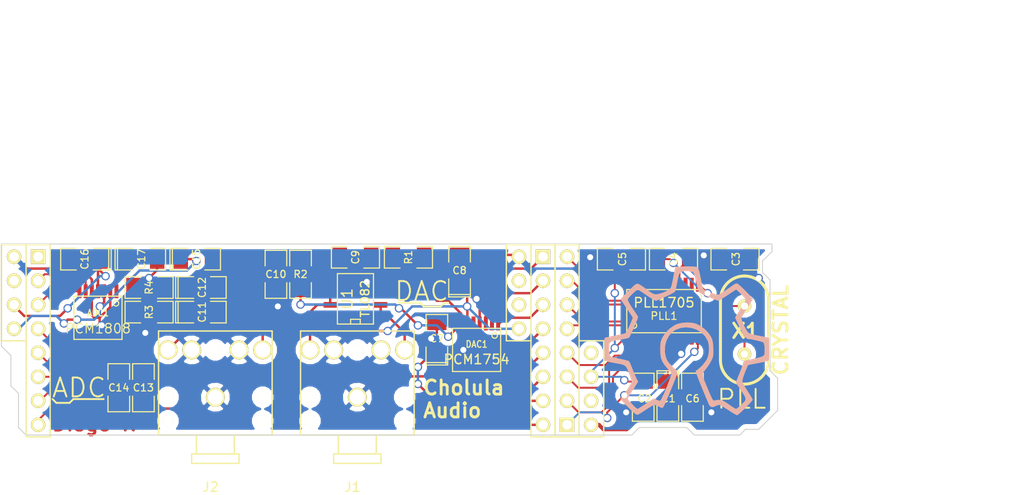
<source format=kicad_pcb>
(kicad_pcb (version 3) (host pcbnew "(2013-07-07 BZR 4022)-stable")

  (general
    (links 97)
    (no_connects 3)
    (area 142.7607 71.950001 258.999999 123.8782)
    (thickness 1.6)
    (drawings 44)
    (tracks 357)
    (zones 0)
    (modules 32)
    (nets 43)
  )

  (page A3)
  (layers
    (15 F.Cu signal)
    (0 B.Cu signal)
    (16 B.Adhes user)
    (17 F.Adhes user)
    (18 B.Paste user)
    (19 F.Paste user)
    (20 B.SilkS user)
    (21 F.SilkS user)
    (22 B.Mask user)
    (23 F.Mask user)
    (24 Dwgs.User user)
    (25 Cmts.User user)
    (26 Eco1.User user)
    (27 Eco2.User user)
    (28 Edge.Cuts user)
  )

  (setup
    (last_trace_width 0.2032)
    (user_trace_width 0.254)
    (user_trace_width 0.3048)
    (user_trace_width 0.3556)
    (user_trace_width 0.4064)
    (user_trace_width 0.4572)
    (user_trace_width 0.508)
    (user_trace_width 0.6096)
    (user_trace_width 0.762)
    (trace_clearance 0.2032)
    (zone_clearance 0.508)
    (zone_45_only no)
    (trace_min 0.2032)
    (segment_width 0.2)
    (edge_width 0.1)
    (via_size 0.889)
    (via_drill 0.635)
    (via_min_size 0.889)
    (via_min_drill 0.508)
    (uvia_size 0.508)
    (uvia_drill 0.127)
    (uvias_allowed no)
    (uvia_min_size 0.508)
    (uvia_min_drill 0.127)
    (pcb_text_width 0.3)
    (pcb_text_size 1.5 1.5)
    (mod_edge_width 0.15)
    (mod_text_size 1 1)
    (mod_text_width 0.15)
    (pad_size 1.5 1.5)
    (pad_drill 0.6)
    (pad_to_mask_clearance 0)
    (aux_axis_origin 0 0)
    (visible_elements 7FFF7BFF)
    (pcbplotparams
      (layerselection 284196865)
      (usegerberextensions true)
      (excludeedgelayer true)
      (linewidth 0.150000)
      (plotframeref false)
      (viasonmask false)
      (mode 1)
      (useauxorigin false)
      (hpglpennumber 1)
      (hpglpenspeed 20)
      (hpglpendiameter 15)
      (hpglpenoverlay 2)
      (psnegative false)
      (psa4output false)
      (plotreference true)
      (plotvalue false)
      (plotothertext true)
      (plotinvisibletext false)
      (padsonsilk false)
      (subtractmaskfromsilk false)
      (outputformat 1)
      (mirror false)
      (drillshape 0)
      (scaleselection 1)
      (outputdirectory Gerbers/))
  )

  (net 0 "")
  (net 1 +3.3V)
  (net 2 +5V)
  (net 3 /ADC/BCK)
  (net 4 /ADC/Dout)
  (net 5 /ADC/FMT)
  (net 6 /ADC/LRCK)
  (net 7 /ADC/MD0)
  (net 8 /ADC/MD1)
  (net 9 /ADC/SCKI)
  (net 10 /DAC/BCK)
  (net 11 /DAC/DEMP)
  (net 12 /DAC/Data)
  (net 13 /DAC/FMT)
  (net 14 /DAC/LRCK)
  (net 15 /DAC/MUTE)
  (net 16 /DAC/OPAMP_L)
  (net 17 /DAC/OPAMP_R)
  (net 18 /DAC/SCK)
  (net 19 /DAC/ZEROA)
  (net 20 /PLL/CS)
  (net 21 /PLL/FS1)
  (net 22 /PLL/FS2)
  (net 23 /PLL/MCKO1)
  (net 24 /PLL/MCKO2)
  (net 25 /PLL/SCKO2)
  (net 26 /PLL/SCKO3)
  (net 27 /PLL/SR)
  (net 28 GND)
  (net 29 N-0000033)
  (net 30 N-0000034)
  (net 31 N-0000037)
  (net 32 N-0000040)
  (net 33 N-0000041)
  (net 34 N-0000042)
  (net 35 N-0000044)
  (net 36 N-0000047)
  (net 37 N-0000048)
  (net 38 N-0000049)
  (net 39 N-0000050)
  (net 40 N-0000051)
  (net 41 N-0000052)
  (net 42 N-0000053)

  (net_class Default "This is the default net class."
    (clearance 0.2032)
    (trace_width 0.2032)
    (via_dia 0.889)
    (via_drill 0.635)
    (uvia_dia 0.508)
    (uvia_drill 0.127)
    (add_net "")
    (add_net +3.3V)
    (add_net +5V)
    (add_net /ADC/BCK)
    (add_net /ADC/Dout)
    (add_net /ADC/FMT)
    (add_net /ADC/LRCK)
    (add_net /ADC/MD0)
    (add_net /ADC/MD1)
    (add_net /ADC/SCKI)
    (add_net /DAC/BCK)
    (add_net /DAC/DEMP)
    (add_net /DAC/Data)
    (add_net /DAC/FMT)
    (add_net /DAC/LRCK)
    (add_net /DAC/MUTE)
    (add_net /DAC/OPAMP_L)
    (add_net /DAC/OPAMP_R)
    (add_net /DAC/SCK)
    (add_net /DAC/ZEROA)
    (add_net /PLL/CS)
    (add_net /PLL/FS1)
    (add_net /PLL/FS2)
    (add_net /PLL/MCKO1)
    (add_net /PLL/MCKO2)
    (add_net /PLL/SCKO2)
    (add_net /PLL/SCKO3)
    (add_net /PLL/SR)
    (add_net GND)
    (add_net N-0000033)
    (add_net N-0000034)
    (add_net N-0000037)
    (add_net N-0000040)
    (add_net N-0000041)
    (add_net N-0000042)
    (add_net N-0000044)
    (add_net N-0000047)
    (add_net N-0000048)
    (add_net N-0000049)
    (add_net N-0000050)
    (add_net N-0000051)
    (add_net N-0000052)
    (add_net N-0000053)
  )

  (module tssop-24 (layer F.Cu) (tedit 50BDFAA3) (tstamp 5404AAF7)
    (at 217 104.5)
    (descr TSSOP-24)
    (path /5404A8F8/5404A9B5)
    (attr smd)
    (fp_text reference PLL1 (at 0 0.508) (layer F.SilkS)
      (effects (font (size 0.8001 0.8001) (thickness 0.11938)))
    )
    (fp_text value PLL1705 (at 0 -0.89916) (layer F.SilkS)
      (effects (font (size 1.00076 1.00076) (thickness 0.14986)))
    )
    (fp_line (start 3.937 -2.286) (end -3.937 -2.286) (layer F.SilkS) (width 0.127))
    (fp_line (start -3.937 -2.286) (end -3.937 2.286) (layer F.SilkS) (width 0.127))
    (fp_line (start -3.937 2.286) (end 3.937 2.286) (layer F.SilkS) (width 0.127))
    (fp_line (start 3.937 2.286) (end 3.937 -2.286) (layer F.SilkS) (width 0.127))
    (fp_circle (center -3.175 1.524) (end -3.302 1.778) (layer F.SilkS) (width 0.127))
    (pad 6 smd rect (at -0.32512 2.79908) (size 0.4191 1.47066)
      (layers F.Cu F.Paste F.Mask)
      (net 22 /PLL/FS2)
    )
    (pad 7 smd rect (at 0.32512 2.79908) (size 0.4191 1.47066)
      (layers F.Cu F.Paste F.Mask)
      (net 27 /PLL/SR)
    )
    (pad 8 smd rect (at 0.97536 2.79908) (size 0.4191 1.47066)
      (layers F.Cu F.Paste F.Mask)
      (net 1 +3.3V)
    )
    (pad 9 smd rect (at 1.6256 2.79908) (size 0.4191 1.47066)
      (layers F.Cu F.Paste F.Mask)
      (net 28 GND)
    )
    (pad 22 smd rect (at -2.26568 -2.794) (size 0.4191 1.47066)
      (layers F.Cu F.Paste F.Mask)
    )
    (pad 3 smd rect (at -2.27584 2.79908) (size 0.4191 1.47066)
      (layers F.Cu F.Paste F.Mask)
      (net 26 /PLL/SCKO3)
    )
    (pad 4 smd rect (at -1.6256 2.79908) (size 0.4191 1.47066)
      (layers F.Cu F.Paste F.Mask)
      (net 28 GND)
    )
    (pad 5 smd rect (at -0.97536 2.79908) (size 0.4191 1.47066)
      (layers F.Cu F.Paste F.Mask)
      (net 21 /PLL/FS1)
    )
    (pad 15 smd rect (at 2.27584 -2.79908) (size 0.4191 1.47066)
      (layers F.Cu F.Paste F.Mask)
      (net 24 /PLL/MCKO2)
    )
    (pad 16 smd rect (at 1.6256 -2.79908) (size 0.4191 1.47066)
      (layers F.Cu F.Paste F.Mask)
      (net 28 GND)
    )
    (pad 17 smd rect (at 0.97536 -2.79908) (size 0.4191 1.47066)
      (layers F.Cu F.Paste F.Mask)
      (net 28 GND)
    )
    (pad 18 smd rect (at 0.32512 -2.79908) (size 0.4191 1.47066)
      (layers F.Cu F.Paste F.Mask)
    )
    (pad 19 smd rect (at -0.32512 -2.79908) (size 0.4191 1.47066)
      (layers F.Cu F.Paste F.Mask)
    )
    (pad 20 smd rect (at -0.97536 -2.79908) (size 0.4191 1.47066)
      (layers F.Cu F.Paste F.Mask)
      (net 1 +3.3V)
    )
    (pad 10 smd rect (at 2.27584 2.79908) (size 0.4191 1.47066)
      (layers F.Cu F.Paste F.Mask)
      (net 30 N-0000034)
    )
    (pad 21 smd rect (at -1.6256 -2.794) (size 0.4191 1.47066)
      (layers F.Cu F.Paste F.Mask)
    )
    (pad 2 smd rect (at -2.92608 2.79908) (size 0.4191 1.47066)
      (layers F.Cu F.Paste F.Mask)
      (net 25 /PLL/SCKO2)
    )
    (pad 11 smd rect (at 2.92608 2.79908) (size 0.4191 1.47066)
      (layers F.Cu F.Paste F.Mask)
      (net 29 N-0000033)
    )
    (pad 14 smd rect (at 2.92608 -2.79908) (size 0.4191 1.47066)
      (layers F.Cu F.Paste F.Mask)
      (net 23 /PLL/MCKO1)
    )
    (pad 23 smd rect (at -2.92608 -2.79908) (size 0.4191 1.47066)
      (layers F.Cu F.Paste F.Mask)
    )
    (pad 1 smd rect (at -3.57378 2.79908) (size 0.4191 1.47066)
      (layers F.Cu F.Paste F.Mask)
      (net 1 +3.3V)
    )
    (pad 12 smd rect (at 3.57378 2.79908) (size 0.4191 1.47066)
      (layers F.Cu F.Paste F.Mask)
      (net 20 /PLL/CS)
    )
    (pad 13 smd rect (at 3.57378 -2.79908) (size 0.4191 1.47066)
      (layers F.Cu F.Paste F.Mask)
      (net 1 +3.3V)
    )
    (pad 24 smd rect (at -3.57378 -2.79908) (size 0.4191 1.47066)
      (layers F.Cu F.Paste F.Mask)
    )
    (model smd/smd_dil/tssop-24.wrl
      (at (xyz 0 0 0))
      (scale (xyz 1 1 1))
      (rotate (xyz 0 0 0))
    )
  )

  (module tssop-16 (layer F.Cu) (tedit 50BDFA4B) (tstamp 5404C193)
    (at 197.2 108.6 180)
    (descr TSSOP-16)
    (path /5404A8FA/5404A9C4)
    (attr smd)
    (fp_text reference DAC1 (at 0 0.59944 180) (layer F.SilkS)
      (effects (font (size 0.70104 0.59944) (thickness 0.11938)))
    )
    (fp_text value PCM1754 (at 0 -1.00076 180) (layer F.SilkS)
      (effects (font (size 1.00076 1.00076) (thickness 0.14986)))
    )
    (fp_circle (center -1.905 1.524) (end -2.032 1.778) (layer F.SilkS) (width 0.127))
    (fp_line (start 2.54 -2.286) (end -2.54 -2.286) (layer F.SilkS) (width 0.127))
    (fp_line (start -2.54 -2.286) (end -2.54 2.286) (layer F.SilkS) (width 0.127))
    (fp_line (start -2.54 2.286) (end 2.54 2.286) (layer F.SilkS) (width 0.127))
    (fp_line (start 2.54 2.286) (end 2.54 -2.286) (layer F.SilkS) (width 0.127))
    (pad 4 smd rect (at -0.32512 2.79908 180) (size 0.4191 1.47066)
      (layers F.Cu F.Paste F.Mask)
      (net 28 GND)
    )
    (pad 5 smd rect (at 0.32512 2.79908 180) (size 0.4191 1.47066)
      (layers F.Cu F.Paste F.Mask)
    )
    (pad 6 smd rect (at 0.97536 2.79908 180) (size 0.4191 1.47066)
      (layers F.Cu F.Paste F.Mask)
      (net 2 +5V)
    )
    (pad 7 smd rect (at 1.6256 2.79908 180) (size 0.4191 1.47066)
      (layers F.Cu F.Paste F.Mask)
      (net 31 N-0000037)
    )
    (pad 16 smd rect (at -2.26568 -2.794 180) (size 0.4191 1.47066)
      (layers F.Cu F.Paste F.Mask)
      (net 18 /DAC/SCK)
    )
    (pad 1 smd rect (at -2.27584 2.79908 180) (size 0.4191 1.47066)
      (layers F.Cu F.Paste F.Mask)
      (net 10 /DAC/BCK)
    )
    (pad 2 smd rect (at -1.6256 2.79908 180) (size 0.4191 1.47066)
      (layers F.Cu F.Paste F.Mask)
      (net 12 /DAC/Data)
    )
    (pad 3 smd rect (at -0.97536 2.79908 180) (size 0.4191 1.47066)
      (layers F.Cu F.Paste F.Mask)
      (net 14 /DAC/LRCK)
    )
    (pad 9 smd rect (at 2.27584 -2.79908 180) (size 0.4191 1.47066)
      (layers F.Cu F.Paste F.Mask)
      (net 28 GND)
    )
    (pad 10 smd rect (at 1.6256 -2.79908 180) (size 0.4191 1.47066)
      (layers F.Cu F.Paste F.Mask)
      (net 35 N-0000044)
    )
    (pad 11 smd rect (at 0.97536 -2.79908 180) (size 0.4191 1.47066)
      (layers F.Cu F.Paste F.Mask)
      (net 19 /DAC/ZEROA)
    )
    (pad 12 smd rect (at 0.32512 -2.79908 180) (size 0.4191 1.47066)
      (layers F.Cu F.Paste F.Mask)
      (net 28 GND)
    )
    (pad 13 smd rect (at -0.32512 -2.79908 180) (size 0.4191 1.47066)
      (layers F.Cu F.Paste F.Mask)
      (net 11 /DAC/DEMP)
    )
    (pad 14 smd rect (at -0.97536 -2.79908 180) (size 0.4191 1.47066)
      (layers F.Cu F.Paste F.Mask)
      (net 15 /DAC/MUTE)
    )
    (pad 8 smd rect (at 2.27584 2.79908 180) (size 0.4191 1.47066)
      (layers F.Cu F.Paste F.Mask)
      (net 33 N-0000041)
    )
    (pad 15 smd rect (at -1.6256 -2.794 180) (size 0.4191 1.47066)
      (layers F.Cu F.Paste F.Mask)
      (net 13 /DAC/FMT)
    )
    (model smd/smd_dil/tssop-16.wrl
      (at (xyz 0 0 0))
      (scale (xyz 1 1 1))
      (rotate (xyz 0 0 0))
    )
  )

  (module tssop-14 (layer F.Cu) (tedit 50BDFA14) (tstamp 5404C1AB)
    (at 157.2 105.2 180)
    (descr TSSOP-14)
    (path /5404A900/5404F394)
    (attr smd)
    (fp_text reference ADC1 (at 0 0.508 180) (layer F.SilkS)
      (effects (font (size 0.70104 0.59944) (thickness 0.11938)))
    )
    (fp_text value PCM1808 (at 0 -1.143 180) (layer F.SilkS)
      (effects (font (size 1.00076 1.00076) (thickness 0.11938)))
    )
    (fp_circle (center -1.905 1.524) (end -2.032 1.778) (layer F.SilkS) (width 0.127))
    (fp_line (start 2.54 -2.286) (end -2.54 -2.286) (layer F.SilkS) (width 0.127))
    (fp_line (start -2.54 -2.286) (end -2.54 2.286) (layer F.SilkS) (width 0.127))
    (fp_line (start -2.54 2.286) (end 2.54 2.286) (layer F.SilkS) (width 0.127))
    (fp_line (start 2.54 2.286) (end 2.54 -2.286) (layer F.SilkS) (width 0.127))
    (pad 4 smd rect (at 0 2.79908 180) (size 0.4191 1.47066)
      (layers F.Cu F.Paste F.Mask)
      (net 1 +3.3V)
    )
    (pad 5 smd rect (at 0.65024 2.79908 180) (size 0.4191 1.47066)
      (layers F.Cu F.Paste F.Mask)
      (net 28 GND)
    )
    (pad 6 smd rect (at 1.30048 2.79908 180) (size 0.4191 1.47066)
      (layers F.Cu F.Paste F.Mask)
      (net 9 /ADC/SCKI)
    )
    (pad 7 smd rect (at 1.95072 2.79908 180) (size 0.4191 1.47066)
      (layers F.Cu F.Paste F.Mask)
      (net 6 /ADC/LRCK)
    )
    (pad 8 smd rect (at 1.95072 -2.79908 180) (size 0.4191 1.47066)
      (layers F.Cu F.Paste F.Mask)
      (net 3 /ADC/BCK)
    )
    (pad 1 smd rect (at -1.95072 2.79908 180) (size 0.4191 1.47066)
      (layers F.Cu F.Paste F.Mask)
      (net 42 N-0000053)
    )
    (pad 2 smd rect (at -1.30048 2.79908 180) (size 0.4191 1.47066)
      (layers F.Cu F.Paste F.Mask)
      (net 28 GND)
    )
    (pad 3 smd rect (at -0.65024 2.79908 180) (size 0.4191 1.47066)
      (layers F.Cu F.Paste F.Mask)
      (net 2 +5V)
    )
    (pad 9 smd rect (at 1.30048 -2.79908 180) (size 0.4191 1.47066)
      (layers F.Cu F.Paste F.Mask)
      (net 4 /ADC/Dout)
    )
    (pad 10 smd rect (at 0.65024 -2.79908 180) (size 0.4191 1.47066)
      (layers F.Cu F.Paste F.Mask)
      (net 7 /ADC/MD0)
    )
    (pad 11 smd rect (at 0 -2.79908 180) (size 0.4191 1.47066)
      (layers F.Cu F.Paste F.Mask)
      (net 8 /ADC/MD1)
    )
    (pad 12 smd rect (at -0.65024 -2.79908 180) (size 0.4191 1.47066)
      (layers F.Cu F.Paste F.Mask)
      (net 5 /ADC/FMT)
    )
    (pad 13 smd rect (at -1.30048 -2.79908 180) (size 0.4191 1.47066)
      (layers F.Cu F.Paste F.Mask)
      (net 41 N-0000052)
    )
    (pad 14 smd rect (at -1.95072 -2.79908 180) (size 0.4191 1.47066)
      (layers F.Cu F.Paste F.Mask)
      (net 40 N-0000051)
    )
    (model smd/smd_dil/tssop-14.wrl
      (at (xyz 0 0 0))
      (scale (xyz 1 1 1))
      (rotate (xyz 0 0 0))
    )
  )

  (module Papilio_Wing (layer F.Cu) (tedit 5404B8B4) (tstamp 5404AB6F)
    (at 204.216 98.7425 270)
    (descr "Double rangee de contacts 2 x 6 pins")
    (tags CONN)
    (path /5404A8D1)
    (fp_text reference PAP2 (at 2.4575 5.416 270) (layer F.SilkS) hide
      (effects (font (size 1.016 1.016) (thickness 0.1778)))
    )
    (fp_text value PAPILIO_WING (at 3.4925 5.207 270) (layer F.SilkS) hide
      (effects (font (size 1.016 1.016) (thickness 0.2032)))
    )
    (fp_line (start 19.05 0) (end 19.05 1.27) (layer F.SilkS) (width 0.15))
    (fp_line (start 8.89 1.27) (end 19.05 1.27) (layer F.SilkS) (width 0.15))
    (fp_line (start 19.05 0) (end 19.05 -1.27) (layer F.SilkS) (width 0.15))
    (fp_line (start 19.05 -1.27) (end -1.27 -1.27) (layer F.SilkS) (width 0.15))
    (fp_line (start -1.27 -1.27) (end -1.27 -1.143) (layer F.SilkS) (width 0.15))
    (fp_line (start 8.89 1.27) (end -1.27 1.27) (layer F.SilkS) (width 0.15))
    (fp_line (start -1.27 -1.2065) (end -1.27 3.8735) (layer F.SilkS) (width 0.15))
    (fp_line (start -1.27 3.8735) (end 8.89 3.8735) (layer F.SilkS) (width 0.15))
    (fp_line (start 8.89 3.8735) (end 8.89 1.3335) (layer F.SilkS) (width 0.15))
    (pad 1 thru_hole rect (at 0 0 270) (size 1.524 1.524) (drill 1.016)
      (layers *.Cu *.Mask F.SilkS)
      (net 14 /DAC/LRCK)
    )
    (pad 7 thru_hole circle (at 15.24 0 270) (size 1.524 1.524) (drill 1.016)
      (layers *.Cu *.Mask F.SilkS)
      (net 11 /DAC/DEMP)
    )
    (pad 2 thru_hole circle (at 2.54 0 270) (size 1.524 1.524) (drill 1.016)
      (layers *.Cu *.Mask F.SilkS)
      (net 12 /DAC/Data)
    )
    (pad 8 thru_hole circle (at 17.78 0 270) (size 1.524 1.524) (drill 1.016)
      (layers *.Cu *.Mask F.SilkS)
      (net 19 /DAC/ZEROA)
    )
    (pad 3 thru_hole circle (at 5.08 0 270) (size 1.524 1.524) (drill 1.016)
      (layers *.Cu *.Mask F.SilkS)
      (net 10 /DAC/BCK)
    )
    (pad 4 thru_hole circle (at 7.62 0 270) (size 1.524 1.524) (drill 1.016)
      (layers *.Cu *.Mask F.SilkS)
      (net 18 /DAC/SCK)
    )
    (pad 5 thru_hole circle (at 10.16 0 270) (size 1.524 1.524) (drill 1.016)
      (layers *.Cu *.Mask F.SilkS)
      (net 13 /DAC/FMT)
    )
    (pad 6 thru_hole circle (at 12.7 0 270) (size 1.524 1.524) (drill 1.016)
      (layers *.Cu *.Mask F.SilkS)
      (net 15 /DAC/MUTE)
    )
    (pad 9 thru_hole circle (at 7.62 2.54 270) (size 1.524 1.524) (drill 1.016)
      (layers *.Cu *.Mask F.SilkS)
      (net 2 +5V)
    )
    (pad 10 thru_hole circle (at 5.08 2.54 270) (size 1.524 1.524) (drill 1.016)
      (layers *.Cu *.Mask F.SilkS)
    )
    (pad 11 thru_hole circle (at 2.54 2.54 270) (size 1.524 1.524) (drill 1.016)
      (layers *.Cu *.Mask F.SilkS)
    )
    (pad 12 thru_hole circle (at 0 2.54 270) (size 1.524 1.524) (drill 1.016)
      (layers *.Cu *.Mask F.SilkS)
      (net 28 GND)
    )
    (model pin_array/pins_array_6x2.wrl
      (at (xyz 0 0 0))
      (scale (xyz 1 1 1))
      (rotate (xyz 0 0 0))
    )
  )

  (module Papilio_Wing (layer F.Cu) (tedit 5404B8B2) (tstamp 5404AB57)
    (at 206.756 116.5225 90)
    (descr "Double rangee de contacts 2 x 6 pins")
    (tags CONN)
    (path /5404A8C2)
    (fp_text reference PAP3 (at 11.1225 2.844 90) (layer F.SilkS) hide
      (effects (font (size 1.016 1.016) (thickness 0.1778)))
    )
    (fp_text value PAPILIO_WING (at 3.8735 6.477 90) (layer F.SilkS) hide
      (effects (font (size 1.016 1.016) (thickness 0.2032)))
    )
    (fp_line (start 19.05 0) (end 19.05 1.27) (layer F.SilkS) (width 0.15))
    (fp_line (start 8.89 1.27) (end 19.05 1.27) (layer F.SilkS) (width 0.15))
    (fp_line (start 19.05 0) (end 19.05 -1.27) (layer F.SilkS) (width 0.15))
    (fp_line (start 19.05 -1.27) (end -1.27 -1.27) (layer F.SilkS) (width 0.15))
    (fp_line (start -1.27 -1.27) (end -1.27 -1.143) (layer F.SilkS) (width 0.15))
    (fp_line (start 8.89 1.27) (end -1.27 1.27) (layer F.SilkS) (width 0.15))
    (fp_line (start -1.27 -1.2065) (end -1.27 3.8735) (layer F.SilkS) (width 0.15))
    (fp_line (start -1.27 3.8735) (end 8.89 3.8735) (layer F.SilkS) (width 0.15))
    (fp_line (start 8.89 3.8735) (end 8.89 1.3335) (layer F.SilkS) (width 0.15))
    (pad 1 thru_hole rect (at 0 0 90) (size 1.524 1.524) (drill 1.016)
      (layers *.Cu *.Mask F.SilkS)
      (net 20 /PLL/CS)
    )
    (pad 7 thru_hole circle (at 15.24 0 90) (size 1.524 1.524) (drill 1.016)
      (layers *.Cu *.Mask F.SilkS)
      (net 23 /PLL/MCKO1)
    )
    (pad 2 thru_hole circle (at 2.54 0 90) (size 1.524 1.524) (drill 1.016)
      (layers *.Cu *.Mask F.SilkS)
      (net 27 /PLL/SR)
    )
    (pad 8 thru_hole circle (at 17.78 0 90) (size 1.524 1.524) (drill 1.016)
      (layers *.Cu *.Mask F.SilkS)
      (net 24 /PLL/MCKO2)
    )
    (pad 3 thru_hole circle (at 5.08 0 90) (size 1.524 1.524) (drill 1.016)
      (layers *.Cu *.Mask F.SilkS)
      (net 22 /PLL/FS2)
    )
    (pad 4 thru_hole circle (at 7.62 0 90) (size 1.524 1.524) (drill 1.016)
      (layers *.Cu *.Mask F.SilkS)
      (net 21 /PLL/FS1)
    )
    (pad 5 thru_hole circle (at 10.16 0 90) (size 1.524 1.524) (drill 1.016)
      (layers *.Cu *.Mask F.SilkS)
      (net 25 /PLL/SCKO2)
    )
    (pad 6 thru_hole circle (at 12.7 0 90) (size 1.524 1.524) (drill 1.016)
      (layers *.Cu *.Mask F.SilkS)
      (net 26 /PLL/SCKO3)
    )
    (pad 9 thru_hole circle (at 7.62 2.54 90) (size 1.524 1.524) (drill 1.016)
      (layers *.Cu *.Mask F.SilkS)
    )
    (pad 10 thru_hole circle (at 5.08 2.54 90) (size 1.524 1.524) (drill 1.016)
      (layers *.Cu *.Mask F.SilkS)
      (net 1 +3.3V)
    )
    (pad 11 thru_hole circle (at 2.54 2.54 90) (size 1.524 1.524) (drill 1.016)
      (layers *.Cu *.Mask F.SilkS)
    )
    (pad 12 thru_hole circle (at 0 2.54 90) (size 1.524 1.524) (drill 1.016)
      (layers *.Cu *.Mask F.SilkS)
      (net 28 GND)
    )
    (model pin_array/pins_array_6x2.wrl
      (at (xyz 0 0 0))
      (scale (xyz 1 1 1))
      (rotate (xyz 0 0 0))
    )
  )

  (module Papilio_Wing (layer F.Cu) (tedit 5404B031) (tstamp 5404AB3F)
    (at 150.876 98.7425 270)
    (descr "Double rangee de contacts 2 x 6 pins")
    (tags CONN)
    (path /5404A8B3)
    (fp_text reference PAP1 (at 10.668 -2.9845 270) (layer F.SilkS) hide
      (effects (font (size 1.016 1.016) (thickness 0.1778)))
    )
    (fp_text value PAPILIO_WING (at 10.033 7.3025 270) (layer F.SilkS) hide
      (effects (font (size 1.016 1.016) (thickness 0.2032)))
    )
    (fp_line (start 19.05 0) (end 19.05 1.27) (layer F.SilkS) (width 0.15))
    (fp_line (start 8.89 1.27) (end 19.05 1.27) (layer F.SilkS) (width 0.15))
    (fp_line (start 19.05 0) (end 19.05 -1.27) (layer F.SilkS) (width 0.15))
    (fp_line (start 19.05 -1.27) (end -1.27 -1.27) (layer F.SilkS) (width 0.15))
    (fp_line (start -1.27 -1.27) (end -1.27 -1.143) (layer F.SilkS) (width 0.15))
    (fp_line (start 8.89 1.27) (end -1.27 1.27) (layer F.SilkS) (width 0.15))
    (fp_line (start -1.27 -1.2065) (end -1.27 3.8735) (layer F.SilkS) (width 0.15))
    (fp_line (start -1.27 3.8735) (end 8.89 3.8735) (layer F.SilkS) (width 0.15))
    (fp_line (start 8.89 3.8735) (end 8.89 1.3335) (layer F.SilkS) (width 0.15))
    (pad 1 thru_hole rect (at 0 0 270) (size 1.524 1.524) (drill 1.016)
      (layers *.Cu *.Mask F.SilkS)
    )
    (pad 7 thru_hole circle (at 15.24 0 270) (size 1.524 1.524) (drill 1.016)
      (layers *.Cu *.Mask F.SilkS)
      (net 8 /ADC/MD1)
    )
    (pad 2 thru_hole circle (at 2.54 0 270) (size 1.524 1.524) (drill 1.016)
      (layers *.Cu *.Mask F.SilkS)
      (net 9 /ADC/SCKI)
    )
    (pad 8 thru_hole circle (at 17.78 0 270) (size 1.524 1.524) (drill 1.016)
      (layers *.Cu *.Mask F.SilkS)
      (net 5 /ADC/FMT)
    )
    (pad 3 thru_hole circle (at 5.08 0 270) (size 1.524 1.524) (drill 1.016)
      (layers *.Cu *.Mask F.SilkS)
      (net 6 /ADC/LRCK)
    )
    (pad 4 thru_hole circle (at 7.62 0 270) (size 1.524 1.524) (drill 1.016)
      (layers *.Cu *.Mask F.SilkS)
      (net 3 /ADC/BCK)
    )
    (pad 5 thru_hole circle (at 10.16 0 270) (size 1.524 1.524) (drill 1.016)
      (layers *.Cu *.Mask F.SilkS)
      (net 4 /ADC/Dout)
    )
    (pad 6 thru_hole circle (at 12.7 0 270) (size 1.524 1.524) (drill 1.016)
      (layers *.Cu *.Mask F.SilkS)
      (net 7 /ADC/MD0)
    )
    (pad 9 thru_hole circle (at 7.62 2.54 270) (size 1.524 1.524) (drill 1.016)
      (layers *.Cu *.Mask F.SilkS)
      (net 2 +5V)
    )
    (pad 10 thru_hole circle (at 5.08 2.54 270) (size 1.524 1.524) (drill 1.016)
      (layers *.Cu *.Mask F.SilkS)
      (net 1 +3.3V)
    )
    (pad 11 thru_hole circle (at 2.54 2.54 270) (size 1.524 1.524) (drill 1.016)
      (layers *.Cu *.Mask F.SilkS)
    )
    (pad 12 thru_hole circle (at 0 2.54 270) (size 1.524 1.524) (drill 1.016)
      (layers *.Cu *.Mask F.SilkS)
      (net 28 GND)
    )
    (model pin_array/pins_array_6x2.wrl
      (at (xyz 0 0 0))
      (scale (xyz 1 1 1))
      (rotate (xyz 0 0 0))
    )
  )

  (module Jack_3.5mm_Stereo (layer F.Cu) (tedit 53CC65E9) (tstamp 5404B5C5)
    (at 184.6 108.6 180)
    (path /5404A8FA/5404B34F)
    (fp_text reference J1 (at 0.5 -14.5 180) (layer F.SilkS)
      (effects (font (size 1 1) (thickness 0.15)))
    )
    (fp_text value JACK_ST_2SW_PROPER (at 0.5 -13 180) (layer F.SilkS) hide
      (effects (font (size 1 1) (thickness 0.15)))
    )
    (fp_line (start 2.5 -12) (end 2.5 -11) (layer F.SilkS) (width 0.15))
    (fp_line (start -2.5 -12) (end -2.5 -11) (layer F.SilkS) (width 0.15))
    (fp_line (start -2 -11) (end 2 -11) (layer F.SilkS) (width 0.15))
    (fp_line (start 2 -9) (end 2 -11) (layer F.SilkS) (width 0.15))
    (fp_line (start 2 -11) (end 2.5 -11) (layer F.SilkS) (width 0.15))
    (fp_line (start -2.5 -11) (end -2 -11) (layer F.SilkS) (width 0.15))
    (fp_line (start -2 -11) (end -2 -9) (layer F.SilkS) (width 0.15))
    (fp_line (start 2.5 -12) (end -2.5 -12) (layer F.SilkS) (width 0.15))
    (fp_line (start -6 -9) (end 6 -9) (layer F.SilkS) (width 0.15))
    (fp_line (start 6 -9) (end 6 2) (layer F.SilkS) (width 0.15))
    (fp_line (start 6 2) (end -6 2) (layer F.SilkS) (width 0.15))
    (fp_line (start -6 2) (end -6 -9) (layer F.SilkS) (width 0.15))
    (pad T_SW thru_hole circle (at -2.5 0 180) (size 2 2) (drill 1.6)
      (layers *.Cu *.Mask F.SilkS)
      (net 28 GND)
    )
    (pad R_SW thru_hole circle (at 2.5 0 180) (size 2 2) (drill 1.6)
      (layers *.Cu *.Mask F.SilkS)
      (net 28 GND)
    )
    (pad T thru_hole circle (at -5 0 180) (size 2 2) (drill 1.6)
      (layers *.Cu *.Mask F.SilkS)
      (net 16 /DAC/OPAMP_L)
    )
    (pad R thru_hole circle (at 5 0 180) (size 2 2) (drill 1.6)
      (layers *.Cu *.Mask F.SilkS)
      (net 17 /DAC/OPAMP_R)
    )
    (pad S thru_hole circle (at 0 -5 180) (size 2 2) (drill 1.6)
      (layers *.Cu *.Mask F.SilkS)
      (net 28 GND)
    )
    (pad "" np_thru_hole circle (at -5 -5 180) (size 1.25 1.25) (drill 1.25)
      (layers *.Cu *.Mask F.SilkS)
    )
    (pad "" np_thru_hole circle (at 5 -5 180) (size 1.25 1.25) (drill 1.25)
      (layers *.Cu *.Mask F.SilkS)
    )
    (pad "" np_thru_hole circle (at -5 -7.5 180) (size 1.25 1.25) (drill 1.25)
      (layers *.Cu *.Mask F.SilkS)
    )
    (pad "" np_thru_hole circle (at 5 -7.5 180) (size 1.25 1.25) (drill 1.25)
      (layers *.Cu *.Mask F.SilkS)
    )
    (pad "" np_thru_hole circle (at 0 0 180) (size 1.25 1.25) (drill 1.25)
      (layers *.Cu *.Mask F.SilkS)
    )
  )

  (module Jack_3.5mm_Stereo (layer F.Cu) (tedit 53CC65E9) (tstamp 5404C100)
    (at 169.6 108.6 180)
    (path /5404A900/5404B340)
    (fp_text reference J2 (at 0.5 -14.5 180) (layer F.SilkS)
      (effects (font (size 1 1) (thickness 0.15)))
    )
    (fp_text value JACK_ST_2SW_PROPER (at 0.5 -13 180) (layer F.SilkS) hide
      (effects (font (size 1 1) (thickness 0.15)))
    )
    (fp_line (start 2.5 -12) (end 2.5 -11) (layer F.SilkS) (width 0.15))
    (fp_line (start -2.5 -12) (end -2.5 -11) (layer F.SilkS) (width 0.15))
    (fp_line (start -2 -11) (end 2 -11) (layer F.SilkS) (width 0.15))
    (fp_line (start 2 -9) (end 2 -11) (layer F.SilkS) (width 0.15))
    (fp_line (start 2 -11) (end 2.5 -11) (layer F.SilkS) (width 0.15))
    (fp_line (start -2.5 -11) (end -2 -11) (layer F.SilkS) (width 0.15))
    (fp_line (start -2 -11) (end -2 -9) (layer F.SilkS) (width 0.15))
    (fp_line (start 2.5 -12) (end -2.5 -12) (layer F.SilkS) (width 0.15))
    (fp_line (start -6 -9) (end 6 -9) (layer F.SilkS) (width 0.15))
    (fp_line (start 6 -9) (end 6 2) (layer F.SilkS) (width 0.15))
    (fp_line (start 6 2) (end -6 2) (layer F.SilkS) (width 0.15))
    (fp_line (start -6 2) (end -6 -9) (layer F.SilkS) (width 0.15))
    (pad T_SW thru_hole circle (at -2.5 0 180) (size 2 2) (drill 1.6)
      (layers *.Cu *.Mask F.SilkS)
      (net 28 GND)
    )
    (pad R_SW thru_hole circle (at 2.5 0 180) (size 2 2) (drill 1.6)
      (layers *.Cu *.Mask F.SilkS)
      (net 28 GND)
    )
    (pad T thru_hole circle (at -5 0 180) (size 2 2) (drill 1.6)
      (layers *.Cu *.Mask F.SilkS)
      (net 36 N-0000047)
    )
    (pad R thru_hole circle (at 5 0 180) (size 2 2) (drill 1.6)
      (layers *.Cu *.Mask F.SilkS)
      (net 37 N-0000048)
    )
    (pad S thru_hole circle (at 0 -5 180) (size 2 2) (drill 1.6)
      (layers *.Cu *.Mask F.SilkS)
      (net 28 GND)
    )
    (pad "" np_thru_hole circle (at -5 -5 180) (size 1.25 1.25) (drill 1.25)
      (layers *.Cu *.Mask F.SilkS)
    )
    (pad "" np_thru_hole circle (at 5 -5 180) (size 1.25 1.25) (drill 1.25)
      (layers *.Cu *.Mask F.SilkS)
    )
    (pad "" np_thru_hole circle (at -5 -7.5 180) (size 1.25 1.25) (drill 1.25)
      (layers *.Cu *.Mask F.SilkS)
    )
    (pad "" np_thru_hole circle (at 5 -7.5 180) (size 1.25 1.25) (drill 1.25)
      (layers *.Cu *.Mask F.SilkS)
    )
    (pad "" np_thru_hole circle (at 0 0 180) (size 1.25 1.25) (drill 1.25)
      (layers *.Cu *.Mask F.SilkS)
    )
  )

  (module SM1206POL (layer F.Cu) (tedit 5404BA36) (tstamp 5404B710)
    (at 217.4 113.6 270)
    (path /5404A8F8/5404B375)
    (attr smd)
    (fp_text reference C1 (at 0.1495 -0.0795 360) (layer F.SilkS)
      (effects (font (size 0.762 0.762) (thickness 0.127)))
    )
    (fp_text value 10uF (at 0 0 270) (layer F.SilkS) hide
      (effects (font (size 0.762 0.762) (thickness 0.127)))
    )
    (fp_line (start -2.54 -1.143) (end -2.794 -1.143) (layer F.SilkS) (width 0.127))
    (fp_line (start -2.794 -1.143) (end -2.794 1.143) (layer F.SilkS) (width 0.127))
    (fp_line (start -2.794 1.143) (end -2.54 1.143) (layer F.SilkS) (width 0.127))
    (fp_line (start -2.54 -1.143) (end -2.54 1.143) (layer F.SilkS) (width 0.127))
    (fp_line (start -2.54 1.143) (end -0.889 1.143) (layer F.SilkS) (width 0.127))
    (fp_line (start 0.889 -1.143) (end 2.54 -1.143) (layer F.SilkS) (width 0.127))
    (fp_line (start 2.54 -1.143) (end 2.54 1.143) (layer F.SilkS) (width 0.127))
    (fp_line (start 2.54 1.143) (end 0.889 1.143) (layer F.SilkS) (width 0.127))
    (fp_line (start -0.889 -1.143) (end -2.54 -1.143) (layer F.SilkS) (width 0.127))
    (pad 1 smd rect (at -1.651 0 270) (size 1.524 2.032)
      (layers F.Cu F.Paste F.Mask)
      (net 1 +3.3V)
    )
    (pad 2 smd rect (at 1.651 0 270) (size 1.524 2.032)
      (layers F.Cu F.Paste F.Mask)
      (net 28 GND)
    )
    (model smd/chip_cms_pol.wrl
      (at (xyz 0 0 0))
      (scale (xyz 0.17 0.16 0.16))
      (rotate (xyz 0 0 0))
    )
  )

  (module SM1206 (layer F.Cu) (tedit 5404BA32) (tstamp 5404B71C)
    (at 214.8 113.6 270)
    (path /5404A8F8/5404B382)
    (attr smd)
    (fp_text reference C2 (at 0.1495 -0.1465 360) (layer F.SilkS)
      (effects (font (size 0.762 0.762) (thickness 0.127)))
    )
    (fp_text value 10uF (at 0 0 270) (layer F.SilkS) hide
      (effects (font (size 0.762 0.762) (thickness 0.127)))
    )
    (fp_line (start -2.54 -1.143) (end -2.54 1.143) (layer F.SilkS) (width 0.127))
    (fp_line (start -2.54 1.143) (end -0.889 1.143) (layer F.SilkS) (width 0.127))
    (fp_line (start 0.889 -1.143) (end 2.54 -1.143) (layer F.SilkS) (width 0.127))
    (fp_line (start 2.54 -1.143) (end 2.54 1.143) (layer F.SilkS) (width 0.127))
    (fp_line (start 2.54 1.143) (end 0.889 1.143) (layer F.SilkS) (width 0.127))
    (fp_line (start -0.889 -1.143) (end -2.54 -1.143) (layer F.SilkS) (width 0.127))
    (pad 1 smd rect (at -1.651 0 270) (size 1.524 2.032)
      (layers F.Cu F.Paste F.Mask)
      (net 1 +3.3V)
    )
    (pad 2 smd rect (at 1.651 0 270) (size 1.524 2.032)
      (layers F.Cu F.Paste F.Mask)
      (net 28 GND)
    )
    (model smd/chip_cms.wrl
      (at (xyz 0 0 0))
      (scale (xyz 0.17 0.16 0.16))
      (rotate (xyz 0 0 0))
    )
  )

  (module SM1206 (layer F.Cu) (tedit 5404D803) (tstamp 5404B728)
    (at 224.5 99)
    (path /5404A8F8/5404B39B)
    (attr smd)
    (fp_text reference C3 (at 0.1 0 90) (layer F.SilkS)
      (effects (font (size 0.762 0.762) (thickness 0.127)))
    )
    (fp_text value 0.1uF (at 0 0) (layer F.SilkS) hide
      (effects (font (size 0.762 0.762) (thickness 0.127)))
    )
    (fp_line (start -2.54 -1.143) (end -2.54 1.143) (layer F.SilkS) (width 0.127))
    (fp_line (start -2.54 1.143) (end -0.889 1.143) (layer F.SilkS) (width 0.127))
    (fp_line (start 0.889 -1.143) (end 2.54 -1.143) (layer F.SilkS) (width 0.127))
    (fp_line (start 2.54 -1.143) (end 2.54 1.143) (layer F.SilkS) (width 0.127))
    (fp_line (start 2.54 1.143) (end 0.889 1.143) (layer F.SilkS) (width 0.127))
    (fp_line (start -0.889 -1.143) (end -2.54 -1.143) (layer F.SilkS) (width 0.127))
    (pad 1 smd rect (at -1.651 0) (size 1.524 2.032)
      (layers F.Cu F.Paste F.Mask)
      (net 1 +3.3V)
    )
    (pad 2 smd rect (at 1.651 0) (size 1.524 2.032)
      (layers F.Cu F.Paste F.Mask)
      (net 28 GND)
    )
    (model smd/chip_cms.wrl
      (at (xyz 0 0 0))
      (scale (xyz 0.17 0.16 0.16))
      (rotate (xyz 0 0 0))
    )
  )

  (module SM1206 (layer F.Cu) (tedit 5404D800) (tstamp 5404B734)
    (at 218 99)
    (path /5404A8F8/5404B3B4)
    (attr smd)
    (fp_text reference C4 (at 0 0 90) (layer F.SilkS)
      (effects (font (size 0.762 0.762) (thickness 0.127)))
    )
    (fp_text value 0.1uF (at 0 0) (layer F.SilkS) hide
      (effects (font (size 0.762 0.762) (thickness 0.127)))
    )
    (fp_line (start -2.54 -1.143) (end -2.54 1.143) (layer F.SilkS) (width 0.127))
    (fp_line (start -2.54 1.143) (end -0.889 1.143) (layer F.SilkS) (width 0.127))
    (fp_line (start 0.889 -1.143) (end 2.54 -1.143) (layer F.SilkS) (width 0.127))
    (fp_line (start 2.54 -1.143) (end 2.54 1.143) (layer F.SilkS) (width 0.127))
    (fp_line (start 2.54 1.143) (end 0.889 1.143) (layer F.SilkS) (width 0.127))
    (fp_line (start -0.889 -1.143) (end -2.54 -1.143) (layer F.SilkS) (width 0.127))
    (pad 1 smd rect (at -1.651 0) (size 1.524 2.032)
      (layers F.Cu F.Paste F.Mask)
      (net 1 +3.3V)
    )
    (pad 2 smd rect (at 1.651 0) (size 1.524 2.032)
      (layers F.Cu F.Paste F.Mask)
      (net 28 GND)
    )
    (model smd/chip_cms.wrl
      (at (xyz 0 0 0))
      (scale (xyz 0.17 0.16 0.16))
      (rotate (xyz 0 0 0))
    )
  )

  (module SM1206 (layer F.Cu) (tedit 5404D7FE) (tstamp 5404B740)
    (at 212.5 99 180)
    (path /5404A8F8/5404B3BA)
    (attr smd)
    (fp_text reference C5 (at -0.1 0 270) (layer F.SilkS)
      (effects (font (size 0.762 0.762) (thickness 0.127)))
    )
    (fp_text value 0.1uF (at 0 0 180) (layer F.SilkS) hide
      (effects (font (size 0.762 0.762) (thickness 0.127)))
    )
    (fp_line (start -2.54 -1.143) (end -2.54 1.143) (layer F.SilkS) (width 0.127))
    (fp_line (start -2.54 1.143) (end -0.889 1.143) (layer F.SilkS) (width 0.127))
    (fp_line (start 0.889 -1.143) (end 2.54 -1.143) (layer F.SilkS) (width 0.127))
    (fp_line (start 2.54 -1.143) (end 2.54 1.143) (layer F.SilkS) (width 0.127))
    (fp_line (start 2.54 1.143) (end 0.889 1.143) (layer F.SilkS) (width 0.127))
    (fp_line (start -0.889 -1.143) (end -2.54 -1.143) (layer F.SilkS) (width 0.127))
    (pad 1 smd rect (at -1.651 0 180) (size 1.524 2.032)
      (layers F.Cu F.Paste F.Mask)
      (net 1 +3.3V)
    )
    (pad 2 smd rect (at 1.651 0 180) (size 1.524 2.032)
      (layers F.Cu F.Paste F.Mask)
      (net 28 GND)
    )
    (model smd/chip_cms.wrl
      (at (xyz 0 0 0))
      (scale (xyz 0.17 0.16 0.16))
      (rotate (xyz 0 0 0))
    )
  )

  (module SM1206 (layer F.Cu) (tedit 5404BA35) (tstamp 5404B74C)
    (at 220 113.6 270)
    (path /5404A8F8/5404B3C0)
    (attr smd)
    (fp_text reference C6 (at 0.1495 -0.0125 360) (layer F.SilkS)
      (effects (font (size 0.762 0.762) (thickness 0.127)))
    )
    (fp_text value 0.1uF (at 0 0 270) (layer F.SilkS) hide
      (effects (font (size 0.762 0.762) (thickness 0.127)))
    )
    (fp_line (start -2.54 -1.143) (end -2.54 1.143) (layer F.SilkS) (width 0.127))
    (fp_line (start -2.54 1.143) (end -0.889 1.143) (layer F.SilkS) (width 0.127))
    (fp_line (start 0.889 -1.143) (end 2.54 -1.143) (layer F.SilkS) (width 0.127))
    (fp_line (start 2.54 -1.143) (end 2.54 1.143) (layer F.SilkS) (width 0.127))
    (fp_line (start 2.54 1.143) (end 0.889 1.143) (layer F.SilkS) (width 0.127))
    (fp_line (start -0.889 -1.143) (end -2.54 -1.143) (layer F.SilkS) (width 0.127))
    (pad 1 smd rect (at -1.651 0 270) (size 1.524 2.032)
      (layers F.Cu F.Paste F.Mask)
      (net 1 +3.3V)
    )
    (pad 2 smd rect (at 1.651 0 270) (size 1.524 2.032)
      (layers F.Cu F.Paste F.Mask)
      (net 28 GND)
    )
    (model smd/chip_cms.wrl
      (at (xyz 0 0 0))
      (scale (xyz 0.17 0.16 0.16))
      (rotate (xyz 0 0 0))
    )
  )

  (module HC-49V (layer F.Cu) (tedit 5404D808) (tstamp 5404B780)
    (at 225.5 106.5 90)
    (descr "Quartz boitier HC-49 Vertical")
    (tags "QUARTZ DEV")
    (path /5404A8F8/5404B5FF)
    (autoplace_cost180 10)
    (fp_text reference X1 (at -0.1 0.1 180) (layer F.SilkS)
      (effects (font (size 1.524 1.524) (thickness 0.3048)))
    )
    (fp_text value CRYSTAL (at 0 3.81 90) (layer F.SilkS)
      (effects (font (size 1.524 1.524) (thickness 0.3048)))
    )
    (fp_line (start -3.175 2.54) (end 3.175 2.54) (layer F.SilkS) (width 0.3175))
    (fp_line (start -3.175 -2.54) (end 3.175 -2.54) (layer F.SilkS) (width 0.3175))
    (fp_arc (start 3.175 0) (end 3.175 -2.54) (angle 90) (layer F.SilkS) (width 0.3175))
    (fp_arc (start 3.175 0) (end 5.715 0) (angle 90) (layer F.SilkS) (width 0.3175))
    (fp_arc (start -3.175 0) (end -5.715 0) (angle 90) (layer F.SilkS) (width 0.3175))
    (fp_arc (start -3.175 0) (end -3.175 2.54) (angle 90) (layer F.SilkS) (width 0.3175))
    (pad 1 thru_hole circle (at -2.54 0 90) (size 1.4224 1.4224) (drill 0.762)
      (layers *.Cu *.Mask F.SilkS)
      (net 29 N-0000033)
    )
    (pad 2 thru_hole circle (at 2.54 0 90) (size 1.4224 1.4224) (drill 0.762)
      (layers *.Cu *.Mask F.SilkS)
      (net 30 N-0000034)
    )
    (model discret/xtal/crystal_hc18u_vertical.wrl
      (at (xyz 0 0 0))
      (scale (xyz 1 1 0.2))
      (rotate (xyz 0 0 0))
    )
  )

  (module SO8E (layer F.Cu) (tedit 4F33A5C7) (tstamp 5404C32A)
    (at 184.4 103.2 90)
    (descr "module CMS SOJ 8 pins etroit")
    (tags "CMS SOJ")
    (path /5404A8FA/5404D8F6)
    (attr smd)
    (fp_text reference U1 (at 0 -0.889 90) (layer F.SilkS)
      (effects (font (size 1.143 1.143) (thickness 0.1524)))
    )
    (fp_text value TL082 (at 0 1.016 90) (layer F.SilkS)
      (effects (font (size 0.889 0.889) (thickness 0.1524)))
    )
    (fp_line (start -2.667 1.778) (end -2.667 1.905) (layer F.SilkS) (width 0.127))
    (fp_line (start -2.667 1.905) (end 2.667 1.905) (layer F.SilkS) (width 0.127))
    (fp_line (start 2.667 -1.905) (end -2.667 -1.905) (layer F.SilkS) (width 0.127))
    (fp_line (start -2.667 -1.905) (end -2.667 1.778) (layer F.SilkS) (width 0.127))
    (fp_line (start -2.667 -0.508) (end -2.159 -0.508) (layer F.SilkS) (width 0.127))
    (fp_line (start -2.159 -0.508) (end -2.159 0.508) (layer F.SilkS) (width 0.127))
    (fp_line (start -2.159 0.508) (end -2.667 0.508) (layer F.SilkS) (width 0.127))
    (fp_line (start 2.667 -1.905) (end 2.667 1.905) (layer F.SilkS) (width 0.127))
    (pad 8 smd rect (at -1.905 -2.667 90) (size 0.59944 1.39954)
      (layers F.Cu F.Paste F.Mask)
      (net 2 +5V)
    )
    (pad 1 smd rect (at -1.905 2.667 90) (size 0.59944 1.39954)
      (layers F.Cu F.Paste F.Mask)
      (net 16 /DAC/OPAMP_L)
    )
    (pad 7 smd rect (at -0.635 -2.667 90) (size 0.59944 1.39954)
      (layers F.Cu F.Paste F.Mask)
      (net 17 /DAC/OPAMP_R)
    )
    (pad 6 smd rect (at 0.635 -2.667 90) (size 0.59944 1.39954)
      (layers F.Cu F.Paste F.Mask)
      (net 17 /DAC/OPAMP_R)
    )
    (pad 5 smd rect (at 1.905 -2.667 90) (size 0.59944 1.39954)
      (layers F.Cu F.Paste F.Mask)
      (net 34 N-0000042)
    )
    (pad 2 smd rect (at -0.635 2.667 90) (size 0.59944 1.39954)
      (layers F.Cu F.Paste F.Mask)
      (net 16 /DAC/OPAMP_L)
    )
    (pad 3 smd rect (at 0.635 2.667 90) (size 0.59944 1.39954)
      (layers F.Cu F.Paste F.Mask)
      (net 32 N-0000040)
    )
    (pad 4 smd rect (at 1.905 2.667 90) (size 0.59944 1.39954)
      (layers F.Cu F.Paste F.Mask)
      (net 28 GND)
    )
    (model smd/cms_so8.wrl
      (at (xyz 0 0 0))
      (scale (xyz 0.5 0.32 0.5))
      (rotate (xyz 0 0 0))
    )
  )

  (module SM1206POL (layer F.Cu) (tedit 5404D7EC) (tstamp 5404C43C)
    (at 195.4 100.2 90)
    (path /5404A8FA/5404EE7D)
    (attr smd)
    (fp_text reference C8 (at 0 0 180) (layer F.SilkS)
      (effects (font (size 0.762 0.762) (thickness 0.127)))
    )
    (fp_text value 10uF (at 0 0 90) (layer F.SilkS) hide
      (effects (font (size 0.762 0.762) (thickness 0.127)))
    )
    (fp_line (start -2.54 -1.143) (end -2.794 -1.143) (layer F.SilkS) (width 0.127))
    (fp_line (start -2.794 -1.143) (end -2.794 1.143) (layer F.SilkS) (width 0.127))
    (fp_line (start -2.794 1.143) (end -2.54 1.143) (layer F.SilkS) (width 0.127))
    (fp_line (start -2.54 -1.143) (end -2.54 1.143) (layer F.SilkS) (width 0.127))
    (fp_line (start -2.54 1.143) (end -0.889 1.143) (layer F.SilkS) (width 0.127))
    (fp_line (start 0.889 -1.143) (end 2.54 -1.143) (layer F.SilkS) (width 0.127))
    (fp_line (start 2.54 -1.143) (end 2.54 1.143) (layer F.SilkS) (width 0.127))
    (fp_line (start 2.54 1.143) (end 0.889 1.143) (layer F.SilkS) (width 0.127))
    (fp_line (start -0.889 -1.143) (end -2.54 -1.143) (layer F.SilkS) (width 0.127))
    (pad 1 smd rect (at -1.651 0 90) (size 1.524 2.032)
      (layers F.Cu F.Paste F.Mask)
      (net 2 +5V)
    )
    (pad 2 smd rect (at 1.651 0 90) (size 1.524 2.032)
      (layers F.Cu F.Paste F.Mask)
      (net 28 GND)
    )
    (model smd/chip_cms_pol.wrl
      (at (xyz 0 0 0))
      (scale (xyz 0.17 0.16 0.16))
      (rotate (xyz 0 0 0))
    )
  )

  (module SM1206 (layer F.Cu) (tedit 5404D7EA) (tstamp 5404C640)
    (at 190 98.8 180)
    (path /5404A8FA/5404EF72)
    (attr smd)
    (fp_text reference R1 (at 0 0 270) (layer F.SilkS)
      (effects (font (size 0.762 0.762) (thickness 0.127)))
    )
    (fp_text value 7.15k (at 0 0 180) (layer F.SilkS) hide
      (effects (font (size 0.762 0.762) (thickness 0.127)))
    )
    (fp_line (start -2.54 -1.143) (end -2.54 1.143) (layer F.SilkS) (width 0.127))
    (fp_line (start -2.54 1.143) (end -0.889 1.143) (layer F.SilkS) (width 0.127))
    (fp_line (start 0.889 -1.143) (end 2.54 -1.143) (layer F.SilkS) (width 0.127))
    (fp_line (start 2.54 -1.143) (end 2.54 1.143) (layer F.SilkS) (width 0.127))
    (fp_line (start 2.54 1.143) (end 0.889 1.143) (layer F.SilkS) (width 0.127))
    (fp_line (start -0.889 -1.143) (end -2.54 -1.143) (layer F.SilkS) (width 0.127))
    (pad 1 smd rect (at -1.651 0 180) (size 1.524 2.032)
      (layers F.Cu F.Paste F.Mask)
      (net 31 N-0000037)
    )
    (pad 2 smd rect (at 1.651 0 180) (size 1.524 2.032)
      (layers F.Cu F.Paste F.Mask)
      (net 32 N-0000040)
    )
    (model smd/chip_cms.wrl
      (at (xyz 0 0 0))
      (scale (xyz 0.17 0.16 0.16))
      (rotate (xyz 0 0 0))
    )
  )

  (module SM1206 (layer F.Cu) (tedit 5404D7E6) (tstamp 5404C64C)
    (at 178.6 100.6 90)
    (path /5404A8FA/5404EF7F)
    (attr smd)
    (fp_text reference R2 (at 0 0 180) (layer F.SilkS)
      (effects (font (size 0.762 0.762) (thickness 0.127)))
    )
    (fp_text value 7.15k (at 0 0 90) (layer F.SilkS) hide
      (effects (font (size 0.762 0.762) (thickness 0.127)))
    )
    (fp_line (start -2.54 -1.143) (end -2.54 1.143) (layer F.SilkS) (width 0.127))
    (fp_line (start -2.54 1.143) (end -0.889 1.143) (layer F.SilkS) (width 0.127))
    (fp_line (start 0.889 -1.143) (end 2.54 -1.143) (layer F.SilkS) (width 0.127))
    (fp_line (start 2.54 -1.143) (end 2.54 1.143) (layer F.SilkS) (width 0.127))
    (fp_line (start 2.54 1.143) (end 0.889 1.143) (layer F.SilkS) (width 0.127))
    (fp_line (start -0.889 -1.143) (end -2.54 -1.143) (layer F.SilkS) (width 0.127))
    (pad 1 smd rect (at -1.651 0 90) (size 1.524 2.032)
      (layers F.Cu F.Paste F.Mask)
      (net 33 N-0000041)
    )
    (pad 2 smd rect (at 1.651 0 90) (size 1.524 2.032)
      (layers F.Cu F.Paste F.Mask)
      (net 34 N-0000042)
    )
    (model smd/chip_cms.wrl
      (at (xyz 0 0 0))
      (scale (xyz 0.17 0.16 0.16))
      (rotate (xyz 0 0 0))
    )
  )

  (module SM1206 (layer F.Cu) (tedit 5404D7E8) (tstamp 5404C658)
    (at 184.4 98.8 180)
    (path /5404A8FA/5404F14B)
    (attr smd)
    (fp_text reference C9 (at 0 0 270) (layer F.SilkS)
      (effects (font (size 0.762 0.762) (thickness 0.127)))
    )
    (fp_text value 910pF (at 0 0 180) (layer F.SilkS) hide
      (effects (font (size 0.762 0.762) (thickness 0.127)))
    )
    (fp_line (start -2.54 -1.143) (end -2.54 1.143) (layer F.SilkS) (width 0.127))
    (fp_line (start -2.54 1.143) (end -0.889 1.143) (layer F.SilkS) (width 0.127))
    (fp_line (start 0.889 -1.143) (end 2.54 -1.143) (layer F.SilkS) (width 0.127))
    (fp_line (start 2.54 -1.143) (end 2.54 1.143) (layer F.SilkS) (width 0.127))
    (fp_line (start 2.54 1.143) (end 0.889 1.143) (layer F.SilkS) (width 0.127))
    (fp_line (start -0.889 -1.143) (end -2.54 -1.143) (layer F.SilkS) (width 0.127))
    (pad 1 smd rect (at -1.651 0 180) (size 1.524 2.032)
      (layers F.Cu F.Paste F.Mask)
      (net 32 N-0000040)
    )
    (pad 2 smd rect (at 1.651 0 180) (size 1.524 2.032)
      (layers F.Cu F.Paste F.Mask)
      (net 28 GND)
    )
    (model smd/chip_cms.wrl
      (at (xyz 0 0 0))
      (scale (xyz 0.17 0.16 0.16))
      (rotate (xyz 0 0 0))
    )
  )

  (module SM1206 (layer F.Cu) (tedit 5404D7E4) (tstamp 5404C664)
    (at 176 100.6 270)
    (path /5404A8FA/5404F1EA)
    (attr smd)
    (fp_text reference C10 (at 0 0 360) (layer F.SilkS)
      (effects (font (size 0.762 0.762) (thickness 0.127)))
    )
    (fp_text value 910pF (at 0 0 270) (layer F.SilkS) hide
      (effects (font (size 0.762 0.762) (thickness 0.127)))
    )
    (fp_line (start -2.54 -1.143) (end -2.54 1.143) (layer F.SilkS) (width 0.127))
    (fp_line (start -2.54 1.143) (end -0.889 1.143) (layer F.SilkS) (width 0.127))
    (fp_line (start 0.889 -1.143) (end 2.54 -1.143) (layer F.SilkS) (width 0.127))
    (fp_line (start 2.54 -1.143) (end 2.54 1.143) (layer F.SilkS) (width 0.127))
    (fp_line (start 2.54 1.143) (end 0.889 1.143) (layer F.SilkS) (width 0.127))
    (fp_line (start -0.889 -1.143) (end -2.54 -1.143) (layer F.SilkS) (width 0.127))
    (pad 1 smd rect (at -1.651 0 270) (size 1.524 2.032)
      (layers F.Cu F.Paste F.Mask)
      (net 34 N-0000042)
    )
    (pad 2 smd rect (at 1.651 0 270) (size 1.524 2.032)
      (layers F.Cu F.Paste F.Mask)
      (net 28 GND)
    )
    (model smd/chip_cms.wrl
      (at (xyz 0 0 0))
      (scale (xyz 0.17 0.16 0.16))
      (rotate (xyz 0 0 0))
    )
  )

  (module SM1206POL (layer F.Cu) (tedit 5404D7EF) (tstamp 5404C336)
    (at 193 107.4 90)
    (path /5404A8FA/5404D6FB)
    (attr smd)
    (fp_text reference C7 (at 0 0 180) (layer F.SilkS)
      (effects (font (size 0.762 0.762) (thickness 0.127)))
    )
    (fp_text value 10uF (at 0 0 90) (layer F.SilkS) hide
      (effects (font (size 0.762 0.762) (thickness 0.127)))
    )
    (fp_line (start -2.54 -1.143) (end -2.794 -1.143) (layer F.SilkS) (width 0.127))
    (fp_line (start -2.794 -1.143) (end -2.794 1.143) (layer F.SilkS) (width 0.127))
    (fp_line (start -2.794 1.143) (end -2.54 1.143) (layer F.SilkS) (width 0.127))
    (fp_line (start -2.54 -1.143) (end -2.54 1.143) (layer F.SilkS) (width 0.127))
    (fp_line (start -2.54 1.143) (end -0.889 1.143) (layer F.SilkS) (width 0.127))
    (fp_line (start 0.889 -1.143) (end 2.54 -1.143) (layer F.SilkS) (width 0.127))
    (fp_line (start 2.54 -1.143) (end 2.54 1.143) (layer F.SilkS) (width 0.127))
    (fp_line (start 2.54 1.143) (end 0.889 1.143) (layer F.SilkS) (width 0.127))
    (fp_line (start -0.889 -1.143) (end -2.54 -1.143) (layer F.SilkS) (width 0.127))
    (pad 1 smd rect (at -1.651 0 90) (size 1.524 2.032)
      (layers F.Cu F.Paste F.Mask)
      (net 35 N-0000044)
    )
    (pad 2 smd rect (at 1.651 0 90) (size 1.524 2.032)
      (layers F.Cu F.Paste F.Mask)
      (net 28 GND)
    )
    (model smd/chip_cms_pol.wrl
      (at (xyz 0 0 0))
      (scale (xyz 0.17 0.16 0.16))
      (rotate (xyz 0 0 0))
    )
  )

  (module SM1206POL (layer F.Cu) (tedit 5404D7DB) (tstamp 5404CFF4)
    (at 161.8 99)
    (path /5404A900/5404F429)
    (attr smd)
    (fp_text reference C17 (at 0 0 90) (layer F.SilkS)
      (effects (font (size 0.762 0.762) (thickness 0.127)))
    )
    (fp_text value CP1 (at 0 0) (layer F.SilkS) hide
      (effects (font (size 0.762 0.762) (thickness 0.127)))
    )
    (fp_line (start -2.54 -1.143) (end -2.794 -1.143) (layer F.SilkS) (width 0.127))
    (fp_line (start -2.794 -1.143) (end -2.794 1.143) (layer F.SilkS) (width 0.127))
    (fp_line (start -2.794 1.143) (end -2.54 1.143) (layer F.SilkS) (width 0.127))
    (fp_line (start -2.54 -1.143) (end -2.54 1.143) (layer F.SilkS) (width 0.127))
    (fp_line (start -2.54 1.143) (end -0.889 1.143) (layer F.SilkS) (width 0.127))
    (fp_line (start 0.889 -1.143) (end 2.54 -1.143) (layer F.SilkS) (width 0.127))
    (fp_line (start 2.54 -1.143) (end 2.54 1.143) (layer F.SilkS) (width 0.127))
    (fp_line (start 2.54 1.143) (end 0.889 1.143) (layer F.SilkS) (width 0.127))
    (fp_line (start -0.889 -1.143) (end -2.54 -1.143) (layer F.SilkS) (width 0.127))
    (pad 1 smd rect (at -1.651 0) (size 1.524 2.032)
      (layers F.Cu F.Paste F.Mask)
      (net 42 N-0000053)
    )
    (pad 2 smd rect (at 1.651 0) (size 1.524 2.032)
      (layers F.Cu F.Paste F.Mask)
      (net 28 GND)
    )
    (model smd/chip_cms_pol.wrl
      (at (xyz 0 0 0))
      (scale (xyz 0.17 0.16 0.16))
      (rotate (xyz 0 0 0))
    )
  )

  (module SM1206POL (layer F.Cu) (tedit 5404D7DD) (tstamp 5404D7AA)
    (at 155.8 99 180)
    (path /5404A900/5404F436)
    (attr smd)
    (fp_text reference C16 (at 0 0 270) (layer F.SilkS)
      (effects (font (size 0.762 0.762) (thickness 0.127)))
    )
    (fp_text value CP1 (at 0 0 180) (layer F.SilkS) hide
      (effects (font (size 0.762 0.762) (thickness 0.127)))
    )
    (fp_line (start -2.54 -1.143) (end -2.794 -1.143) (layer F.SilkS) (width 0.127))
    (fp_line (start -2.794 -1.143) (end -2.794 1.143) (layer F.SilkS) (width 0.127))
    (fp_line (start -2.794 1.143) (end -2.54 1.143) (layer F.SilkS) (width 0.127))
    (fp_line (start -2.54 -1.143) (end -2.54 1.143) (layer F.SilkS) (width 0.127))
    (fp_line (start -2.54 1.143) (end -0.889 1.143) (layer F.SilkS) (width 0.127))
    (fp_line (start 0.889 -1.143) (end 2.54 -1.143) (layer F.SilkS) (width 0.127))
    (fp_line (start 2.54 -1.143) (end 2.54 1.143) (layer F.SilkS) (width 0.127))
    (fp_line (start 2.54 1.143) (end 0.889 1.143) (layer F.SilkS) (width 0.127))
    (fp_line (start -0.889 -1.143) (end -2.54 -1.143) (layer F.SilkS) (width 0.127))
    (pad 1 smd rect (at -1.651 0 180) (size 1.524 2.032)
      (layers F.Cu F.Paste F.Mask)
      (net 1 +3.3V)
    )
    (pad 2 smd rect (at 1.651 0 180) (size 1.524 2.032)
      (layers F.Cu F.Paste F.Mask)
      (net 28 GND)
    )
    (model smd/chip_cms_pol.wrl
      (at (xyz 0 0 0))
      (scale (xyz 0.17 0.16 0.16))
      (rotate (xyz 0 0 0))
    )
  )

  (module SM1206POL (layer F.Cu) (tedit 5404D7E1) (tstamp 5404D012)
    (at 167.6 99)
    (path /5404A900/5404F43C)
    (attr smd)
    (fp_text reference C15 (at 0 0 90) (layer F.SilkS)
      (effects (font (size 0.762 0.762) (thickness 0.127)))
    )
    (fp_text value CP1 (at 0 0) (layer F.SilkS) hide
      (effects (font (size 0.762 0.762) (thickness 0.127)))
    )
    (fp_line (start -2.54 -1.143) (end -2.794 -1.143) (layer F.SilkS) (width 0.127))
    (fp_line (start -2.794 -1.143) (end -2.794 1.143) (layer F.SilkS) (width 0.127))
    (fp_line (start -2.794 1.143) (end -2.54 1.143) (layer F.SilkS) (width 0.127))
    (fp_line (start -2.54 -1.143) (end -2.54 1.143) (layer F.SilkS) (width 0.127))
    (fp_line (start -2.54 1.143) (end -0.889 1.143) (layer F.SilkS) (width 0.127))
    (fp_line (start 0.889 -1.143) (end 2.54 -1.143) (layer F.SilkS) (width 0.127))
    (fp_line (start 2.54 -1.143) (end 2.54 1.143) (layer F.SilkS) (width 0.127))
    (fp_line (start 2.54 1.143) (end 0.889 1.143) (layer F.SilkS) (width 0.127))
    (fp_line (start -0.889 -1.143) (end -2.54 -1.143) (layer F.SilkS) (width 0.127))
    (pad 1 smd rect (at -1.651 0) (size 1.524 2.032)
      (layers F.Cu F.Paste F.Mask)
      (net 2 +5V)
    )
    (pad 2 smd rect (at 1.651 0) (size 1.524 2.032)
      (layers F.Cu F.Paste F.Mask)
      (net 28 GND)
    )
    (model smd/chip_cms_pol.wrl
      (at (xyz 0 0 0))
      (scale (xyz 0.17 0.16 0.16))
      (rotate (xyz 0 0 0))
    )
  )

  (module SM1206POL (layer F.Cu) (tedit 5404D7D9) (tstamp 5404D021)
    (at 168.2 104.6)
    (path /5404A900/5404D979)
    (attr smd)
    (fp_text reference C11 (at 0 0 90) (layer F.SilkS)
      (effects (font (size 0.762 0.762) (thickness 0.127)))
    )
    (fp_text value CP1 (at 0 0) (layer F.SilkS) hide
      (effects (font (size 0.762 0.762) (thickness 0.127)))
    )
    (fp_line (start -2.54 -1.143) (end -2.794 -1.143) (layer F.SilkS) (width 0.127))
    (fp_line (start -2.794 -1.143) (end -2.794 1.143) (layer F.SilkS) (width 0.127))
    (fp_line (start -2.794 1.143) (end -2.54 1.143) (layer F.SilkS) (width 0.127))
    (fp_line (start -2.54 -1.143) (end -2.54 1.143) (layer F.SilkS) (width 0.127))
    (fp_line (start -2.54 1.143) (end -0.889 1.143) (layer F.SilkS) (width 0.127))
    (fp_line (start 0.889 -1.143) (end 2.54 -1.143) (layer F.SilkS) (width 0.127))
    (fp_line (start 2.54 -1.143) (end 2.54 1.143) (layer F.SilkS) (width 0.127))
    (fp_line (start 2.54 1.143) (end 0.889 1.143) (layer F.SilkS) (width 0.127))
    (fp_line (start -0.889 -1.143) (end -2.54 -1.143) (layer F.SilkS) (width 0.127))
    (pad 1 smd rect (at -1.651 0) (size 1.524 2.032)
      (layers F.Cu F.Paste F.Mask)
      (net 39 N-0000050)
    )
    (pad 2 smd rect (at 1.651 0) (size 1.524 2.032)
      (layers F.Cu F.Paste F.Mask)
      (net 37 N-0000048)
    )
    (model smd/chip_cms_pol.wrl
      (at (xyz 0 0 0))
      (scale (xyz 0.17 0.16 0.16))
      (rotate (xyz 0 0 0))
    )
  )

  (module SM1206POL (layer F.Cu) (tedit 5404D7D8) (tstamp 5404D616)
    (at 168.2 102)
    (path /5404A900/5404D986)
    (attr smd)
    (fp_text reference C12 (at 0 0 90) (layer F.SilkS)
      (effects (font (size 0.762 0.762) (thickness 0.127)))
    )
    (fp_text value CP1 (at 0 0) (layer F.SilkS) hide
      (effects (font (size 0.762 0.762) (thickness 0.127)))
    )
    (fp_line (start -2.54 -1.143) (end -2.794 -1.143) (layer F.SilkS) (width 0.127))
    (fp_line (start -2.794 -1.143) (end -2.794 1.143) (layer F.SilkS) (width 0.127))
    (fp_line (start -2.794 1.143) (end -2.54 1.143) (layer F.SilkS) (width 0.127))
    (fp_line (start -2.54 -1.143) (end -2.54 1.143) (layer F.SilkS) (width 0.127))
    (fp_line (start -2.54 1.143) (end -0.889 1.143) (layer F.SilkS) (width 0.127))
    (fp_line (start 0.889 -1.143) (end 2.54 -1.143) (layer F.SilkS) (width 0.127))
    (fp_line (start 2.54 -1.143) (end 2.54 1.143) (layer F.SilkS) (width 0.127))
    (fp_line (start 2.54 1.143) (end 0.889 1.143) (layer F.SilkS) (width 0.127))
    (fp_line (start -0.889 -1.143) (end -2.54 -1.143) (layer F.SilkS) (width 0.127))
    (pad 1 smd rect (at -1.651 0) (size 1.524 2.032)
      (layers F.Cu F.Paste F.Mask)
      (net 38 N-0000049)
    )
    (pad 2 smd rect (at 1.651 0) (size 1.524 2.032)
      (layers F.Cu F.Paste F.Mask)
      (net 36 N-0000047)
    )
    (model smd/chip_cms_pol.wrl
      (at (xyz 0 0 0))
      (scale (xyz 0.17 0.16 0.16))
      (rotate (xyz 0 0 0))
    )
  )

  (module SM1206 (layer F.Cu) (tedit 5404D7F7) (tstamp 5404D03C)
    (at 162 112.6 270)
    (path /5404A900/5404DAA9)
    (attr smd)
    (fp_text reference C13 (at 0 0 360) (layer F.SilkS)
      (effects (font (size 0.762 0.762) (thickness 0.127)))
    )
    (fp_text value C (at 0 0 270) (layer F.SilkS) hide
      (effects (font (size 0.762 0.762) (thickness 0.127)))
    )
    (fp_line (start -2.54 -1.143) (end -2.54 1.143) (layer F.SilkS) (width 0.127))
    (fp_line (start -2.54 1.143) (end -0.889 1.143) (layer F.SilkS) (width 0.127))
    (fp_line (start 0.889 -1.143) (end 2.54 -1.143) (layer F.SilkS) (width 0.127))
    (fp_line (start 2.54 -1.143) (end 2.54 1.143) (layer F.SilkS) (width 0.127))
    (fp_line (start 2.54 1.143) (end 0.889 1.143) (layer F.SilkS) (width 0.127))
    (fp_line (start -0.889 -1.143) (end -2.54 -1.143) (layer F.SilkS) (width 0.127))
    (pad 1 smd rect (at -1.651 0 270) (size 1.524 2.032)
      (layers F.Cu F.Paste F.Mask)
      (net 40 N-0000051)
    )
    (pad 2 smd rect (at 1.651 0 270) (size 1.524 2.032)
      (layers F.Cu F.Paste F.Mask)
      (net 28 GND)
    )
    (model smd/chip_cms.wrl
      (at (xyz 0 0 0))
      (scale (xyz 0.17 0.16 0.16))
      (rotate (xyz 0 0 0))
    )
  )

  (module SM1206 (layer F.Cu) (tedit 5404D7F5) (tstamp 5404D048)
    (at 159.4 112.6 270)
    (path /5404A900/5404DAB6)
    (attr smd)
    (fp_text reference C14 (at 0 0 360) (layer F.SilkS)
      (effects (font (size 0.762 0.762) (thickness 0.127)))
    )
    (fp_text value C (at 0 0 270) (layer F.SilkS) hide
      (effects (font (size 0.762 0.762) (thickness 0.127)))
    )
    (fp_line (start -2.54 -1.143) (end -2.54 1.143) (layer F.SilkS) (width 0.127))
    (fp_line (start -2.54 1.143) (end -0.889 1.143) (layer F.SilkS) (width 0.127))
    (fp_line (start 0.889 -1.143) (end 2.54 -1.143) (layer F.SilkS) (width 0.127))
    (fp_line (start 2.54 -1.143) (end 2.54 1.143) (layer F.SilkS) (width 0.127))
    (fp_line (start 2.54 1.143) (end 0.889 1.143) (layer F.SilkS) (width 0.127))
    (fp_line (start -0.889 -1.143) (end -2.54 -1.143) (layer F.SilkS) (width 0.127))
    (pad 1 smd rect (at -1.651 0 270) (size 1.524 2.032)
      (layers F.Cu F.Paste F.Mask)
      (net 41 N-0000052)
    )
    (pad 2 smd rect (at 1.651 0 270) (size 1.524 2.032)
      (layers F.Cu F.Paste F.Mask)
      (net 28 GND)
    )
    (model smd/chip_cms.wrl
      (at (xyz 0 0 0))
      (scale (xyz 0.17 0.16 0.16))
      (rotate (xyz 0 0 0))
    )
  )

  (module SM1206 (layer F.Cu) (tedit 5404D7D6) (tstamp 5404D054)
    (at 162.6 104.6)
    (path /5404A900/5404DBA2)
    (attr smd)
    (fp_text reference R3 (at 0 0 90) (layer F.SilkS)
      (effects (font (size 0.762 0.762) (thickness 0.127)))
    )
    (fp_text value R (at 0 0) (layer F.SilkS) hide
      (effects (font (size 0.762 0.762) (thickness 0.127)))
    )
    (fp_line (start -2.54 -1.143) (end -2.54 1.143) (layer F.SilkS) (width 0.127))
    (fp_line (start -2.54 1.143) (end -0.889 1.143) (layer F.SilkS) (width 0.127))
    (fp_line (start 0.889 -1.143) (end 2.54 -1.143) (layer F.SilkS) (width 0.127))
    (fp_line (start 2.54 -1.143) (end 2.54 1.143) (layer F.SilkS) (width 0.127))
    (fp_line (start 2.54 1.143) (end 0.889 1.143) (layer F.SilkS) (width 0.127))
    (fp_line (start -0.889 -1.143) (end -2.54 -1.143) (layer F.SilkS) (width 0.127))
    (pad 1 smd rect (at -1.651 0) (size 1.524 2.032)
      (layers F.Cu F.Paste F.Mask)
      (net 40 N-0000051)
    )
    (pad 2 smd rect (at 1.651 0) (size 1.524 2.032)
      (layers F.Cu F.Paste F.Mask)
      (net 39 N-0000050)
    )
    (model smd/chip_cms.wrl
      (at (xyz 0 0 0))
      (scale (xyz 0.17 0.16 0.16))
      (rotate (xyz 0 0 0))
    )
  )

  (module SM1206 (layer F.Cu) (tedit 5404D7CF) (tstamp 5404D060)
    (at 162.6 102)
    (path /5404A900/5404DBAF)
    (attr smd)
    (fp_text reference R4 (at 0 0 90) (layer F.SilkS)
      (effects (font (size 0.762 0.762) (thickness 0.127)))
    )
    (fp_text value R (at 0 0) (layer F.SilkS) hide
      (effects (font (size 0.762 0.762) (thickness 0.127)))
    )
    (fp_line (start -2.54 -1.143) (end -2.54 1.143) (layer F.SilkS) (width 0.127))
    (fp_line (start -2.54 1.143) (end -0.889 1.143) (layer F.SilkS) (width 0.127))
    (fp_line (start 0.889 -1.143) (end 2.54 -1.143) (layer F.SilkS) (width 0.127))
    (fp_line (start 2.54 -1.143) (end 2.54 1.143) (layer F.SilkS) (width 0.127))
    (fp_line (start 2.54 1.143) (end 0.889 1.143) (layer F.SilkS) (width 0.127))
    (fp_line (start -0.889 -1.143) (end -2.54 -1.143) (layer F.SilkS) (width 0.127))
    (pad 1 smd rect (at -1.651 0) (size 1.524 2.032)
      (layers F.Cu F.Paste F.Mask)
      (net 41 N-0000052)
    )
    (pad 2 smd rect (at 1.651 0) (size 1.524 2.032)
      (layers F.Cu F.Paste F.Mask)
      (net 38 N-0000049)
    )
    (model smd/chip_cms.wrl
      (at (xyz 0 0 0))
      (scale (xyz 0.17 0.16 0.16))
      (rotate (xyz 0 0 0))
    )
  )

  (module OSHW_SK_B_2 (layer F.Cu) (tedit 0) (tstamp 54051A5A)
    (at 219.6 108.4)
    (fp_text reference G*** (at 0 11.684) (layer F.SilkS) hide
      (effects (font (size 1.524 1.524) (thickness 0.3048)))
    )
    (fp_text value OSHW_SK_B_2 (at 0 -11.684) (layer F.SilkS) hide
      (effects (font (size 1.524 1.524) (thickness 0.3048)))
    )
    (fp_poly (pts (xy 8.53948 0.56896) (xy 8.53694 0.89408) (xy 8.52424 1.10744) (xy 8.4963 1.23698)
      (xy 8.44804 1.3081) (xy 8.39724 1.3462) (xy 8.25246 1.39446) (xy 8.03148 1.45034)
      (xy 8.03148 0.3429) (xy 8.0264 0.03302) (xy 7.99592 -0.26416) (xy 7.9375 -0.4953)
      (xy 7.86892 -0.5969) (xy 7.72922 -0.65278) (xy 7.47522 -0.7239) (xy 7.15772 -0.8001)
      (xy 7.112 -0.8128) (xy 6.63702 -0.9144) (xy 6.30174 -0.99314) (xy 6.07314 -1.06172)
      (xy 5.92582 -1.14046) (xy 5.82676 -1.23698) (xy 5.7531 -1.36906) (xy 5.67182 -1.54686)
      (xy 5.53466 -1.85166) (xy 5.36194 -2.23012) (xy 5.18922 -2.60096) (xy 5.18668 -2.61112)
      (xy 4.89712 -3.22834) (xy 5.45338 -4.08178) (xy 5.67182 -4.42468) (xy 5.84708 -4.72694)
      (xy 5.96646 -4.953) (xy 6.0071 -5.06984) (xy 5.96392 -5.207) (xy 5.82676 -5.39496)
      (xy 5.58292 -5.65658) (xy 5.31876 -5.91058) (xy 5.02158 -6.18744) (xy 4.12242 -5.59308)
      (xy 3.77698 -5.36702) (xy 3.4798 -5.1816) (xy 3.26136 -5.05206) (xy 3.15214 -4.99618)
      (xy 3.14706 -4.99618) (xy 3.0226 -5.0292) (xy 2.78384 -5.1181) (xy 2.46888 -5.2451)
      (xy 2.11836 -5.39242) (xy 1.76784 -5.54736) (xy 1.4605 -5.6896) (xy 1.2319 -5.80136)
      (xy 1.12014 -5.86994) (xy 1.05918 -5.9944) (xy 0.9779 -6.24586) (xy 0.889 -6.5913)
      (xy 0.81026 -6.94436) (xy 0.6985 -7.43966) (xy 0.59436 -7.78002) (xy 0.50038 -7.9756)
      (xy 0.45974 -8.01624) (xy 0.27432 -8.08482) (xy -0.01016 -8.12038) (xy -0.33528 -8.12546)
      (xy -0.63246 -8.10006) (xy -0.84328 -8.04164) (xy -0.87122 -8.02386) (xy -0.96266 -7.87654)
      (xy -1.06426 -7.57174) (xy -1.1684 -7.1247) (xy -1.18618 -7.02818) (xy -1.26238 -6.64972)
      (xy -1.33096 -6.32206) (xy -1.38176 -6.08838) (xy -1.40208 -6.00202) (xy -1.49352 -5.9182)
      (xy -1.71196 -5.78358) (xy -2.02692 -5.61848) (xy -2.413 -5.44068) (xy -2.44856 -5.4229)
      (xy -3.45186 -4.98094) (xy -3.73634 -5.12826) (xy -3.93446 -5.24256) (xy -4.22148 -5.4229)
      (xy -4.5466 -5.64134) (xy -4.68122 -5.73532) (xy -4.9911 -5.94868) (xy -5.19938 -6.07568)
      (xy -5.334 -6.12902) (xy -5.4356 -6.12394) (xy -5.52958 -6.07568) (xy -5.6896 -5.94614)
      (xy -5.89788 -5.75818) (xy -6.11124 -5.54482) (xy -6.29412 -5.34416) (xy -6.41096 -5.1943)
      (xy -6.43636 -5.1435) (xy -6.3881 -4.9911) (xy -6.25856 -4.73964) (xy -6.06552 -4.41452)
      (xy -5.8293 -4.0513) (xy -5.72262 -3.90144) (xy -5.53974 -3.6322) (xy -5.40258 -3.4163)
      (xy -5.33908 -3.28422) (xy -5.334 -3.27152) (xy -5.36956 -3.1496) (xy -5.45592 -2.91592)
      (xy -5.58546 -2.6035) (xy -5.73786 -2.2479) (xy -5.89788 -1.88722) (xy -6.05028 -1.55448)
      (xy -6.17982 -1.28778) (xy -6.27126 -1.12014) (xy -6.2992 -1.08458) (xy -6.41858 -1.04648)
      (xy -6.66242 -0.98806) (xy -6.99008 -0.92202) (xy -7.19582 -0.88138) (xy -7.66064 -0.8001)
      (xy -7.98576 -0.73152) (xy -8.19658 -0.65786) (xy -8.31342 -0.5588) (xy -8.3693 -0.41402)
      (xy -8.382 -0.2032) (xy -8.382 0.06096) (xy -8.37184 0.38862) (xy -8.34898 0.65786)
      (xy -8.31596 0.81788) (xy -8.30834 0.83058) (xy -8.20166 0.89154) (xy -7.9629 0.97028)
      (xy -7.6327 1.05664) (xy -7.29742 1.12776) (xy -6.91642 1.20904) (xy -6.59384 1.28778)
      (xy -6.36778 1.35636) (xy -6.28142 1.397) (xy -6.21792 1.5113) (xy -6.11632 1.74244)
      (xy -5.99694 2.04216) (xy -5.969 2.11582) (xy -5.82422 2.48666) (xy -5.66674 2.86004)
      (xy -5.53212 3.15214) (xy -5.52958 3.15976) (xy -5.32638 3.5687) (xy -5.8801 4.4196)
      (xy -6.096 4.75742) (xy -6.2738 5.04952) (xy -6.39318 5.26034) (xy -6.43636 5.36194)
      (xy -6.38048 5.45846) (xy -6.2357 5.63372) (xy -6.03758 5.85216) (xy -5.81914 6.07822)
      (xy -5.61594 6.2738) (xy -5.46608 6.4008) (xy -5.40512 6.43382) (xy -5.31622 6.3881)
      (xy -5.11556 6.26872) (xy -4.83362 6.08838) (xy -4.51358 5.87756) (xy -3.683 5.3213)
      (xy -3.40614 5.45338) (xy -3.19786 5.54228) (xy -3.05308 5.58546) (xy -3.04038 5.588)
      (xy -2.9591 5.50926) (xy -2.82956 5.28828) (xy -2.66446 4.94284) (xy -2.46634 4.48564)
      (xy -2.2479 3.93954) (xy -2.1082 3.56616) (xy -1.78054 2.68986) (xy -2.20472 2.21488)
      (xy -2.5527 1.79578) (xy -2.78638 1.4224) (xy -2.92608 1.04902) (xy -2.99212 0.61468)
      (xy -3.00736 0.16764) (xy -2.99974 -0.23622) (xy -2.97688 -0.52578) (xy -2.921 -0.762)
      (xy -2.82702 -0.99822) (xy -2.7686 -1.12014) (xy -2.44602 -1.61798) (xy -2.0066 -2.06248)
      (xy -1.50368 -2.40792) (xy -1.22174 -2.53746) (xy -0.71882 -2.66446) (xy -0.1524 -2.70764)
      (xy 0.39878 -2.66954) (xy 0.76708 -2.58318) (xy 1.22682 -2.35966) (xy 1.68148 -2.02438)
      (xy 2.07518 -1.62306) (xy 2.3241 -1.26492) (xy 2.44602 -1.01854) (xy 2.52476 -0.78994)
      (xy 2.57302 -0.52324) (xy 2.60096 -0.16256) (xy 2.60858 0.0127) (xy 2.62128 0.41402)
      (xy 2.61112 0.6985) (xy 2.57302 0.92202) (xy 2.49936 1.13538) (xy 2.43332 1.2827)
      (xy 2.26822 1.5875) (xy 2.03962 1.93548) (xy 1.81864 2.23266) (xy 1.6764 2.40284)
      (xy 1.56972 2.53746) (xy 1.50622 2.66192) (xy 1.48336 2.79908) (xy 1.50876 2.97688)
      (xy 1.58242 3.21818) (xy 1.70942 3.54584) (xy 1.8923 3.98526) (xy 2.0955 4.4704)
      (xy 2.28346 4.91236) (xy 2.42062 5.2197) (xy 2.52222 5.41274) (xy 2.60096 5.51688)
      (xy 2.67208 5.5499) (xy 2.7432 5.5372) (xy 3.18008 5.46862) (xy 3.61442 5.56006)
      (xy 3.86334 5.69214) (xy 4.13766 5.88264) (xy 4.44754 6.096) (xy 4.56184 6.17474)
      (xy 4.78536 6.31952) (xy 4.95554 6.4135) (xy 5.01396 6.43382) (xy 5.10794 6.37794)
      (xy 5.28574 6.23316) (xy 5.51942 6.02488) (xy 5.588 5.95884) (xy 5.8039 5.75056)
      (xy 5.94614 5.58546) (xy 6.00964 5.4356) (xy 5.98932 5.26542) (xy 5.88772 5.04444)
      (xy 5.69976 4.74218) (xy 5.45338 4.3688) (xy 4.97586 3.64998) (xy 5.36448 2.68478)
      (xy 5.51688 2.30124) (xy 5.64134 1.96596) (xy 5.72516 1.7145) (xy 5.75564 1.58496)
      (xy 5.76326 1.50114) (xy 5.8039 1.43764) (xy 5.9055 1.38176) (xy 6.09092 1.3208)
      (xy 6.3881 1.24714) (xy 6.8199 1.15062) (xy 6.87324 1.13792) (xy 7.366 1.01854)
      (xy 7.71906 0.90678) (xy 7.91464 0.80772) (xy 7.94258 0.77978) (xy 8.00354 0.6096)
      (xy 8.03148 0.3429) (xy 8.03148 1.45034) (xy 7.98322 1.46304) (xy 7.62508 1.54178)
      (xy 7.25932 1.61544) (xy 6.27888 1.79832) (xy 6.1468 2.10566) (xy 5.969 2.54)
      (xy 5.82168 2.94132) (xy 5.72008 3.27406) (xy 5.67182 3.49758) (xy 5.67182 3.52552)
      (xy 5.71754 3.66776) (xy 5.83946 3.9116) (xy 6.0198 4.22402) (xy 6.223 4.53898)
      (xy 6.4389 4.87172) (xy 6.61416 5.1562) (xy 6.731 5.36448) (xy 6.77164 5.461)
      (xy 6.71322 5.56006) (xy 6.55828 5.74294) (xy 6.33476 5.98678) (xy 6.06806 6.2611)
      (xy 5.7912 6.53542) (xy 5.52704 6.78434) (xy 5.30606 6.97992) (xy 5.1562 7.09422)
      (xy 5.11556 7.112) (xy 5.0038 7.06628) (xy 4.78536 6.94436) (xy 4.49326 6.76402)
      (xy 4.18084 6.56082) (xy 3.84302 6.34238) (xy 3.54838 6.16712) (xy 3.32994 6.05028)
      (xy 3.22326 6.01218) (xy 3.05308 6.05536) (xy 2.87782 6.13664) (xy 2.58064 6.2484)
      (xy 2.33934 6.223) (xy 2.19202 6.07822) (xy 2.11328 5.91566) (xy 1.98882 5.62864)
      (xy 1.8288 5.24764) (xy 1.64592 4.81076) (xy 1.45288 4.34594) (xy 1.26746 3.8862)
      (xy 1.09982 3.4671) (xy 0.96266 3.11912) (xy 0.87376 2.87528) (xy 0.8636 2.84734)
      (xy 0.7239 2.4384) (xy 0.97536 2.25806) (xy 1.43256 1.8542) (xy 1.81102 1.36906)
      (xy 1.95834 1.10744) (xy 2.0828 0.71374) (xy 2.13868 0.23876) (xy 2.12598 -0.24892)
      (xy 2.04216 -0.67564) (xy 2.00914 -0.76962) (xy 1.71704 -1.25984) (xy 1.31318 -1.65354)
      (xy 0.8255 -1.9431) (xy 0.28194 -2.12344) (xy -0.28448 -2.1844) (xy -0.84582 -2.1209)
      (xy -1.3716 -1.92278) (xy -1.70942 -1.69672) (xy -2.07518 -1.28778) (xy -2.33934 -0.77724)
      (xy -2.48412 -0.2032) (xy -2.50698 0.3937) (xy -2.41808 0.89408) (xy -2.32664 1.1684)
      (xy -2.20472 1.39446) (xy -2.02184 1.6256) (xy -1.74498 1.90754) (xy -1.72212 1.9304)
      (xy -1.45796 2.19202) (xy -1.29794 2.37236) (xy -1.22174 2.50698) (xy -1.2065 2.63144)
      (xy -1.2192 2.72288) (xy -1.27 2.89306) (xy -1.37414 3.18262) (xy -1.51892 3.56108)
      (xy -1.69164 3.99796) (xy -1.88214 4.46532) (xy -2.07772 4.93268) (xy -2.26568 5.3721)
      (xy -2.43332 5.7531) (xy -2.56794 6.05028) (xy -2.66192 6.22808) (xy -2.68478 6.26364)
      (xy -2.77622 6.33222) (xy -2.88798 6.3246) (xy -3.07848 6.23062) (xy -3.13182 6.20014)
      (xy -3.3655 6.0833) (xy -3.55854 6.01726) (xy -3.6068 6.00964) (xy -3.73126 6.05536)
      (xy -3.95986 6.17728) (xy -4.2545 6.35762) (xy -4.47802 6.50494) (xy -4.8006 6.7183)
      (xy -5.08762 6.89864) (xy -5.29844 7.01802) (xy -5.37972 7.05612) (xy -5.4737 7.05358)
      (xy -5.60578 6.98754) (xy -5.7912 6.84276) (xy -6.05282 6.59892) (xy -6.38048 6.27634)
      (xy -7.21106 5.44322) (xy -6.61162 4.56184) (xy -6.38302 4.2164) (xy -6.19506 3.91414)
      (xy -6.06552 3.683) (xy -6.01218 3.55854) (xy -6.01218 3.556) (xy -6.04266 3.42392)
      (xy -6.1214 3.17754) (xy -6.2357 2.8575) (xy -6.31444 2.64668) (xy -6.44652 2.30886)
      (xy -6.56082 2.0701) (xy -6.68528 1.91008) (xy -6.858 1.8034) (xy -7.112 1.72466)
      (xy -7.47776 1.651) (xy -7.76478 1.6002) (xy -8.10006 1.53416) (xy -8.42518 1.46558)
      (xy -8.5725 1.43002) (xy -8.89 1.3462) (xy -8.89 0.13208) (xy -8.89 -1.08458)
      (xy -8.48868 -1.17348) (xy -8.20166 -1.23698) (xy -7.82574 -1.31318) (xy -7.4422 -1.38938)
      (xy -7.42442 -1.39446) (xy -7.10184 -1.4605) (xy -6.84276 -1.52146) (xy -6.69544 -1.56718)
      (xy -6.6802 -1.57226) (xy -6.5913 -1.68402) (xy -6.45922 -1.91262) (xy -6.30936 -2.21996)
      (xy -6.15696 -2.56286) (xy -6.05536 -2.81686) (xy -5.90296 -3.22072) (xy -6.55574 -4.20116)
      (xy -7.20598 -5.17906) (xy -6.46176 -5.9436) (xy -6.16204 -6.24078) (xy -5.8928 -6.49732)
      (xy -5.67944 -6.68274) (xy -5.5499 -6.77164) (xy -5.54736 -6.77418) (xy -5.44322 -6.80212)
      (xy -5.33146 -6.78942) (xy -5.18414 -6.72592) (xy -4.97586 -6.59892) (xy -4.68122 -6.39064)
      (xy -4.37134 -6.16204) (xy -4.0513 -5.9309) (xy -3.82524 -5.78358) (xy -3.65506 -5.70992)
      (xy -3.50012 -5.68452) (xy -3.34264 -5.69468) (xy -2.99212 -5.76834) (xy -2.62382 -5.90042)
      (xy -2.28346 -6.06806) (xy -2.01676 -6.2484) (xy -1.87198 -6.41858) (xy -1.8669 -6.4262)
      (xy -1.81356 -6.604) (xy -1.74244 -6.90118) (xy -1.66624 -7.27202) (xy -1.6129 -7.55904)
      (xy -1.54432 -7.93496) (xy -1.47828 -8.25246) (xy -1.42494 -8.47344) (xy -1.39954 -8.54964)
      (xy -1.30048 -8.58266) (xy -1.06934 -8.60806) (xy -0.7493 -8.62584) (xy -0.37846 -8.636)
      (xy 0.00508 -8.636) (xy 0.36068 -8.62838) (xy 0.6477 -8.6106) (xy 0.82296 -8.5852)
      (xy 0.91694 -8.53948) (xy 0.99822 -8.45058) (xy 1.06934 -8.28802) (xy 1.14554 -8.03402)
      (xy 1.22936 -7.66318) (xy 1.32842 -7.15264) (xy 1.34874 -7.0485) (xy 1.42748 -6.69544)
      (xy 1.50876 -6.40334) (xy 1.58242 -6.21792) (xy 1.61798 -6.17474) (xy 1.74752 -6.1087)
      (xy 1.99136 -6.0071) (xy 2.30124 -5.88264) (xy 2.39776 -5.84454) (xy 2.74828 -5.71754)
      (xy 2.98196 -5.65658) (xy 3.13944 -5.6515) (xy 3.23342 -5.68452) (xy 3.42646 -5.79628)
      (xy 3.70586 -5.97662) (xy 4.03098 -6.19252) (xy 4.35102 -6.41096) (xy 4.61772 -6.59892)
      (xy 4.7498 -6.70052) (xy 4.9911 -6.82498) (xy 5.1435 -6.82244) (xy 5.26034 -6.74624)
      (xy 5.45592 -6.57606) (xy 5.70738 -6.34238) (xy 5.9817 -6.07314) (xy 6.25094 -5.79628)
      (xy 6.49224 -5.53974) (xy 6.67258 -5.33146) (xy 6.76402 -5.19938) (xy 6.77164 -5.17652)
      (xy 6.72846 -5.08) (xy 6.60654 -4.87172) (xy 6.4262 -4.58216) (xy 6.20776 -4.23926)
      (xy 6.17982 -4.19862) (xy 5.95376 -3.84556) (xy 5.76834 -3.53314) (xy 5.6388 -3.29184)
      (xy 5.588 -3.15722) (xy 5.588 -3.1496) (xy 5.62864 -2.9464) (xy 5.73532 -2.64922)
      (xy 5.88264 -2.31648) (xy 6.04774 -1.99898) (xy 6.20268 -1.74752) (xy 6.29666 -1.64084)
      (xy 6.55066 -1.50114) (xy 6.95452 -1.38938) (xy 7.12724 -1.3589) (xy 7.49808 -1.29286)
      (xy 7.86384 -1.2192) (xy 8.128 -1.1557) (xy 8.509 -1.0541) (xy 8.53186 0.10414)
      (xy 8.53948 0.56896) (xy 8.53948 0.56896)) (layer B.SilkS) (width 0.00254))
  )

  (gr_line (start 229 115) (end 228.4 115.6) (angle 90) (layer Edge.Cuts) (width 0.1))
  (gr_line (start 229 114.8) (end 229 115) (angle 90) (layer Edge.Cuts) (width 0.1))
  (gr_line (start 229 114.6) (end 229 114.8) (angle 90) (layer Edge.Cuts) (width 0.1))
  (gr_line (start 229 111.6) (end 229 114.6) (angle 90) (layer Edge.Cuts) (width 0.1))
  (gr_line (start 228.2 110.8) (end 229 111.6) (angle 90) (layer Edge.Cuts) (width 0.1))
  (gr_line (start 228.2 101.2) (end 228.2 110.8) (angle 90) (layer Edge.Cuts) (width 0.1))
  (gr_line (start 227.4 100.4) (end 228.2 101.2) (angle 90) (layer Edge.Cuts) (width 0.1))
  (gr_line (start 227.4 99.2) (end 227.4 100.4) (angle 90) (layer Edge.Cuts) (width 0.1))
  (gr_line (start 228.4 98.2) (end 227.4 99.2) (angle 90) (layer Edge.Cuts) (width 0.1))
  (gr_line (start 228.4 97.4) (end 228.4 98.2) (angle 90) (layer Edge.Cuts) (width 0.1))
  (gr_line (start 193.8 103.6) (end 194.2 103.6) (angle 90) (layer F.SilkS) (width 0.2))
  (gr_line (start 193.4 104) (end 193.8 103.6) (angle 90) (layer F.SilkS) (width 0.2))
  (gr_line (start 191.6 104) (end 193.4 104) (angle 90) (layer F.SilkS) (width 0.2))
  (gr_line (start 191.2 103.6) (end 191.6 104) (angle 90) (layer F.SilkS) (width 0.2))
  (gr_line (start 189 103.6) (end 191.2 103.6) (angle 90) (layer F.SilkS) (width 0.2))
  (gr_line (start 154.6 113.8) (end 157.8 113.8) (angle 90) (layer F.SilkS) (width 0.2))
  (gr_line (start 154.2 114.2) (end 154.6 113.8) (angle 90) (layer F.SilkS) (width 0.2))
  (gr_line (start 152.8 114.2) (end 154.2 114.2) (angle 90) (layer F.SilkS) (width 0.2))
  (gr_line (start 152.4 113.8) (end 152.8 114.2) (angle 90) (layer F.SilkS) (width 0.2))
  (gr_line (start 227 117) (end 228.4 115.6) (angle 90) (layer Edge.Cuts) (width 0.1))
  (gr_line (start 225.6 117) (end 227 117) (angle 90) (layer Edge.Cuts) (width 0.1))
  (gr_line (start 225 117.6) (end 225.6 117) (angle 90) (layer Edge.Cuts) (width 0.1))
  (gr_line (start 223 117.6) (end 225 117.6) (angle 90) (layer Edge.Cuts) (width 0.1))
  (gr_line (start 220.2 117.6) (end 223 117.6) (angle 90) (layer Edge.Cuts) (width 0.1))
  (gr_line (start 219.4 116.8) (end 220.2 117.6) (angle 90) (layer Edge.Cuts) (width 0.1))
  (gr_line (start 214.4 116.8) (end 219.4 116.8) (angle 90) (layer Edge.Cuts) (width 0.1))
  (gr_line (start 213.6 117.6) (end 214.4 116.8) (angle 90) (layer Edge.Cuts) (width 0.1))
  (gr_line (start 149.6 117.6) (end 213.6 117.6) (angle 90) (layer Edge.Cuts) (width 0.1))
  (gr_line (start 148.8 116.8) (end 149.6 117.6) (angle 90) (layer Edge.Cuts) (width 0.1))
  (gr_line (start 148.8 116.6) (end 148.8 116.8) (angle 90) (layer Edge.Cuts) (width 0.1))
  (gr_line (start 148.8 113.2) (end 148.8 116.6) (angle 90) (layer Edge.Cuts) (width 0.1))
  (gr_line (start 148 112.4) (end 148.8 113.2) (angle 90) (layer Edge.Cuts) (width 0.1))
  (gr_line (start 148 109.2) (end 148 112.4) (angle 90) (layer Edge.Cuts) (width 0.1))
  (gr_line (start 147 108.2) (end 148 109.2) (angle 90) (layer Edge.Cuts) (width 0.1))
  (gr_line (start 147 97.4) (end 147 108.2) (angle 90) (layer Edge.Cuts) (width 0.1))
  (gr_text PLL (at 225.2 113.8) (layer F.SilkS)
    (effects (font (size 2 2) (thickness 0.2)))
  )
  (gr_text DAC (at 191.4 102.4) (layer F.SilkS)
    (effects (font (size 2 2) (thickness 0.2)))
  )
  (gr_text ADC (at 155.2 112.6) (layer F.SilkS)
    (effects (font (size 2 2) (thickness 0.2)))
  )
  (gr_text "Diego R" (at 156.8 116.4) (layer F.Cu)
    (effects (font (size 1.5 1.5) (thickness 0.3)))
  )
  (gr_text "Cholula\nAudio" (at 191.4 113.8) (layer F.SilkS)
    (effects (font (size 1.5 1.5) (thickness 0.3)) (justify left))
  )
  (gr_line (start 228.4 97.4) (end 147 97.4) (angle 90) (layer Edge.Cuts) (width 0.1))
  (dimension 81.4 (width 0.3) (layer Eco1.User)
    (gr_text "81.400 mm" (at 187.7 73.450001) (layer Eco1.User)
      (effects (font (size 1.5 1.5) (thickness 0.3)))
    )
    (feature1 (pts (xy 228.4 97.4) (xy 228.4 72.100001)))
    (feature2 (pts (xy 147 97.4) (xy 147 72.100001)))
    (crossbar (pts (xy 147 74.800001) (xy 228.4 74.800001)))
    (arrow1a (pts (xy 228.4 74.800001) (xy 227.273497 75.386421)))
    (arrow1b (pts (xy 228.4 74.800001) (xy 227.273497 74.213581)))
    (arrow2a (pts (xy 147 74.800001) (xy 148.126503 75.386421)))
    (arrow2b (pts (xy 147 74.800001) (xy 148.126503 74.213581)))
  )
  (dimension 20.4 (width 0.3) (layer Eco1.User)
    (gr_text "20.400 mm" (at 252.349999 107.600001 270) (layer Eco1.User)
      (effects (font (size 1.5 1.5) (thickness 0.3)))
    )
    (feature1 (pts (xy 228.4 117.8) (xy 253.699999 117.800001)))
    (feature2 (pts (xy 228.4 97.4) (xy 253.699999 97.400001)))
    (crossbar (pts (xy 250.999999 97.400001) (xy 250.999999 117.800001)))
    (arrow1a (pts (xy 250.999999 117.800001) (xy 250.413579 116.673498)))
    (arrow1b (pts (xy 250.999999 117.800001) (xy 251.586419 116.673498)))
    (arrow2a (pts (xy 250.999999 97.400001) (xy 250.413579 98.526504)))
    (arrow2b (pts (xy 250.999999 97.400001) (xy 251.586419 98.526504)))
  )
  (dimension 50.8 (width 0.3) (layer Eco1.User)
    (gr_text "2.0000 in" (at 176.276 81.200002) (layer Eco1.User)
      (effects (font (size 1.5 1.5) (thickness 0.3)))
    )
    (feature1 (pts (xy 201.676 98.7425) (xy 201.676 79.850002)))
    (feature2 (pts (xy 150.876 98.7425) (xy 150.876 79.850002)))
    (crossbar (pts (xy 150.876 82.550002) (xy 201.676 82.550002)))
    (arrow1a (pts (xy 201.676 82.550002) (xy 200.549497 83.136422)))
    (arrow1b (pts (xy 201.676 82.550002) (xy 200.549497 81.963582)))
    (arrow2a (pts (xy 150.876 82.550002) (xy 152.002503 83.136422)))
    (arrow2b (pts (xy 150.876 82.550002) (xy 152.002503 81.963582)))
  )

  (segment (start 148.336 103.8225) (end 148.336 103.936) (width 0.254) (layer F.Cu) (net 1))
  (segment (start 157.451 100.251) (end 157.451 99) (width 0.254) (layer F.Cu) (net 1) (tstamp 5404D656))
  (segment (start 158 100.8) (end 157.451 100.251) (width 0.254) (layer F.Cu) (net 1) (tstamp 5404D655))
  (via (at 158 100.8) (size 0.889) (layers F.Cu B.Cu) (net 1))
  (segment (start 157.4 100.8) (end 158 100.8) (width 0.254) (layer B.Cu) (net 1) (tstamp 5404D653))
  (segment (start 154 104.2) (end 157.4 100.8) (width 0.254) (layer B.Cu) (net 1) (tstamp 5404D652))
  (via (at 154 104.2) (size 0.889) (layers F.Cu B.Cu) (net 1))
  (segment (start 153.2 105) (end 154 104.2) (width 0.254) (layer F.Cu) (net 1) (tstamp 5404D650))
  (segment (start 149.4 105) (end 153.2 105) (width 0.254) (layer F.Cu) (net 1) (tstamp 5404D64E))
  (segment (start 148.336 103.936) (end 149.4 105) (width 0.254) (layer F.Cu) (net 1) (tstamp 5404D64D))
  (segment (start 157.2 102.40092) (end 157.2 99.251) (width 0.254) (layer F.Cu) (net 1))
  (segment (start 157.2 99.251) (end 157.451 99) (width 0.254) (layer F.Cu) (net 1) (tstamp 5404D5B1))
  (segment (start 216.02464 101.70092) (end 216.02464 99.32436) (width 0.4064) (layer F.Cu) (net 1))
  (segment (start 216.02464 99.32436) (end 216.349 99) (width 0.4064) (layer F.Cu) (net 1) (tstamp 5404BC5F))
  (segment (start 222.849 99) (end 222.8 99) (width 0.4064) (layer F.Cu) (net 1))
  (segment (start 220.57378 101.22622) (end 220.57378 101.70092) (width 0.4064) (layer F.Cu) (net 1) (tstamp 5404BC5C))
  (segment (start 222.8 99) (end 220.57378 101.22622) (width 0.4064) (layer F.Cu) (net 1) (tstamp 5404BC5B))
  (segment (start 214.151 99) (end 216.349 99) (width 0.4064) (layer F.Cu) (net 1))
  (segment (start 217.4 111.949) (end 220 111.949) (width 0.4064) (layer F.Cu) (net 1))
  (segment (start 214.8 111.949) (end 217.4 111.949) (width 0.4064) (layer F.Cu) (net 1))
  (segment (start 216.349 99) (end 217.6 99) (width 0.2032) (layer F.Cu) (net 1))
  (segment (start 220.70092 101.70092) (end 220.57378 101.70092) (width 0.2032) (layer F.Cu) (net 1) (tstamp 5404BBF1))
  (segment (start 221.6 102.6) (end 220.70092 101.70092) (width 0.2032) (layer F.Cu) (net 1) (tstamp 5404BBF0))
  (via (at 221.6 102.6) (size 0.889) (layers F.Cu B.Cu) (net 1))
  (segment (start 221.2 102.6) (end 221.6 102.6) (width 0.2032) (layer B.Cu) (net 1) (tstamp 5404BBED))
  (segment (start 218 99.4) (end 221.2 102.6) (width 0.2032) (layer B.Cu) (net 1) (tstamp 5404BBEC))
  (via (at 218 99.4) (size 0.889) (layers F.Cu B.Cu) (net 1))
  (segment (start 217.6 99) (end 218 99.4) (width 0.2032) (layer F.Cu) (net 1) (tstamp 5404BBE9))
  (segment (start 216.02464 99.32436) (end 216.349 99) (width 0.2032) (layer F.Cu) (net 1) (tstamp 5404BB7F))
  (segment (start 211.8 108.4) (end 211.8 102.6) (width 0.2032) (layer B.Cu) (net 1))
  (segment (start 214.151 99.049) (end 214.151 99) (width 0.2032) (layer F.Cu) (net 1) (tstamp 5404BB7C))
  (segment (start 211.8 101.4) (end 214.151 99.049) (width 0.2032) (layer F.Cu) (net 1) (tstamp 5404BB7B))
  (segment (start 211.8 102.6) (end 211.8 101.4) (width 0.2032) (layer F.Cu) (net 1) (tstamp 5404BB7A))
  (via (at 211.8 102.6) (size 0.889) (layers F.Cu B.Cu) (net 1))
  (segment (start 217.4 111.949) (end 217.4 110) (width 0.2032) (layer F.Cu) (net 1))
  (segment (start 217.4 110) (end 217.97536 109.42464) (width 0.2032) (layer F.Cu) (net 1) (tstamp 5404BB66))
  (segment (start 217.97536 109.42464) (end 217.97536 107.29908) (width 0.2032) (layer F.Cu) (net 1) (tstamp 5404BB67))
  (segment (start 209.296 111.4425) (end 209.296 110.904) (width 0.2032) (layer B.Cu) (net 1))
  (segment (start 212.90092 107.29908) (end 213.42622 107.29908) (width 0.2032) (layer F.Cu) (net 1) (tstamp 5404BB63))
  (segment (start 211.8 108.4) (end 212.90092 107.29908) (width 0.2032) (layer F.Cu) (net 1) (tstamp 5404BB62))
  (via (at 211.8 108.4) (size 0.889) (layers F.Cu B.Cu) (net 1))
  (segment (start 209.296 110.904) (end 211.8 108.4) (width 0.2032) (layer B.Cu) (net 1) (tstamp 5404BB60))
  (segment (start 214.8 111.949) (end 212.949 111.949) (width 0.2032) (layer F.Cu) (net 1))
  (segment (start 212.4425 111.4425) (end 209.296 111.4425) (width 0.2032) (layer B.Cu) (net 1) (tstamp 5404BB5D))
  (segment (start 212.8 111.8) (end 212.4425 111.4425) (width 0.2032) (layer B.Cu) (net 1) (tstamp 5404BB5C))
  (via (at 212.8 111.8) (size 0.889) (layers F.Cu B.Cu) (net 1))
  (segment (start 212.949 111.949) (end 212.8 111.8) (width 0.2032) (layer F.Cu) (net 1) (tstamp 5404BB59))
  (segment (start 161 100.8) (end 161.6 100.2) (width 0.254) (layer B.Cu) (net 2))
  (segment (start 166.6 100.2) (end 167.6 99.2) (width 0.254) (layer B.Cu) (net 2) (tstamp 5404D772))
  (segment (start 161.6 100.2) (end 166.6 100.2) (width 0.254) (layer B.Cu) (net 2) (tstamp 5404D771))
  (segment (start 157.4 104) (end 157.8 104) (width 0.254) (layer B.Cu) (net 2))
  (segment (start 167.4 99) (end 165.949 99) (width 0.254) (layer F.Cu) (net 2) (tstamp 5404D681))
  (via (at 167.6 99.2) (size 0.889) (layers F.Cu B.Cu) (net 2))
  (segment (start 167.6 99.2) (end 167.4 99) (width 0.254) (layer F.Cu) (net 2) (tstamp 5404D680))
  (segment (start 157.8 104) (end 161 100.8) (width 0.254) (layer B.Cu) (net 2) (tstamp 5404D67C))
  (via (at 155 105.4) (size 0.889) (layers F.Cu B.Cu) (net 2))
  (segment (start 148.8375 106.3625) (end 150.2 105) (width 0.254) (layer B.Cu) (net 2) (tstamp 5404D659))
  (segment (start 150.2 105) (end 152.8 105) (width 0.254) (layer B.Cu) (net 2) (tstamp 5404D65A))
  (segment (start 152.8 105) (end 153.6 105.8) (width 0.254) (layer B.Cu) (net 2) (tstamp 5404D65C))
  (via (at 153.6 105.8) (size 0.889) (layers F.Cu B.Cu) (net 2))
  (segment (start 153.6 105.8) (end 154 105.4) (width 0.254) (layer F.Cu) (net 2) (tstamp 5404D65F))
  (segment (start 154 105.4) (end 155 105.4) (width 0.254) (layer F.Cu) (net 2) (tstamp 5404D660))
  (segment (start 148.336 106.3625) (end 148.8375 106.3625) (width 0.254) (layer B.Cu) (net 2))
  (segment (start 157.85024 103.54976) (end 157.85024 102.40092) (width 0.254) (layer F.Cu) (net 2) (tstamp 5404D66D))
  (segment (start 157.4 104) (end 157.85024 103.54976) (width 0.254) (layer F.Cu) (net 2) (tstamp 5404D66C))
  (via (at 157.4 104) (size 0.889) (layers F.Cu B.Cu) (net 2))
  (segment (start 157.4 104.8) (end 157.4 104) (width 0.254) (layer B.Cu) (net 2) (tstamp 5404D66A))
  (segment (start 156.8 105.4) (end 157.4 104.8) (width 0.254) (layer B.Cu) (net 2) (tstamp 5404D669))
  (segment (start 155.4 105.4) (end 156.8 105.4) (width 0.254) (layer B.Cu) (net 2) (tstamp 5404D668))
  (segment (start 155 105.4) (end 155.4 105.4) (width 0.254) (layer B.Cu) (net 2) (tstamp 5404D667))
  (segment (start 196.2 104) (end 196.2 102.651) (width 0.254) (layer F.Cu) (net 2))
  (segment (start 196.2 102.651) (end 195.4 101.851) (width 0.254) (layer F.Cu) (net 2) (tstamp 5404C75B))
  (segment (start 192.6 104) (end 196.2 104) (width 0.254) (layer B.Cu) (net 2))
  (segment (start 181.733 105.105) (end 181.733 105.533) (width 0.254) (layer F.Cu) (net 2))
  (segment (start 190.4 104) (end 192.6 104) (width 0.254) (layer B.Cu) (net 2) (tstamp 5404C6C1))
  (segment (start 187.8 106.6) (end 190.4 104) (width 0.254) (layer B.Cu) (net 2) (tstamp 5404C6C0))
  (via (at 187.8 106.6) (size 0.889) (layers F.Cu B.Cu) (net 2))
  (segment (start 182.8 106.6) (end 187.8 106.6) (width 0.254) (layer F.Cu) (net 2) (tstamp 5404C6BD))
  (segment (start 181.733 105.533) (end 182.8 106.6) (width 0.254) (layer F.Cu) (net 2) (tstamp 5404C6BC))
  (segment (start 196.22464 105.80092) (end 196.22464 104.02464) (width 0.254) (layer F.Cu) (net 2))
  (segment (start 198.5625 106.3625) (end 201.676 106.3625) (width 0.254) (layer B.Cu) (net 2) (tstamp 5404C3A4))
  (segment (start 196.2 104) (end 198.5625 106.3625) (width 0.254) (layer B.Cu) (net 2) (tstamp 5404C3A3))
  (via (at 196.2 104) (size 0.889) (layers F.Cu B.Cu) (net 2))
  (segment (start 196.22464 104.02464) (end 196.2 104) (width 0.254) (layer F.Cu) (net 2) (tstamp 5404C3A1))
  (segment (start 155.24928 107.99908) (end 152.51258 107.99908) (width 0.2032) (layer F.Cu) (net 3))
  (segment (start 152.51258 107.99908) (end 150.876 106.3625) (width 0.2032) (layer F.Cu) (net 3) (tstamp 5404D0C9))
  (segment (start 155.89952 107.99908) (end 155.89952 109.30048) (width 0.2032) (layer F.Cu) (net 4))
  (segment (start 151.7735 109.8) (end 150.876 108.9025) (width 0.2032) (layer F.Cu) (net 4) (tstamp 5404D0CF))
  (segment (start 155.4 109.8) (end 151.7735 109.8) (width 0.2032) (layer F.Cu) (net 4) (tstamp 5404D0CE))
  (segment (start 155.89952 109.30048) (end 155.4 109.8) (width 0.2032) (layer F.Cu) (net 4) (tstamp 5404D0CD))
  (segment (start 150.876 116.5225) (end 150.876 116.04822) (width 0.2032) (layer F.Cu) (net 5))
  (segment (start 157.85024 109.07398) (end 157.85024 107.99908) (width 0.2032) (layer F.Cu) (net 5) (tstamp 5404D56A))
  (segment (start 150.876 116.04822) (end 157.85024 109.07398) (width 0.2032) (layer F.Cu) (net 5) (tstamp 5404D569))
  (segment (start 155.24928 102.40092) (end 152.29758 102.40092) (width 0.2032) (layer F.Cu) (net 6))
  (segment (start 152.29758 102.40092) (end 150.876 103.8225) (width 0.2032) (layer F.Cu) (net 6) (tstamp 5404D0C0))
  (segment (start 150.876 111.4425) (end 154.33224 111.4425) (width 0.2032) (layer F.Cu) (net 7))
  (segment (start 156.54976 109.22498) (end 156.54976 107.99908) (width 0.2032) (layer F.Cu) (net 7) (tstamp 5404D550))
  (segment (start 154.33224 111.4425) (end 156.54976 109.22498) (width 0.2032) (layer F.Cu) (net 7) (tstamp 5404D54E))
  (segment (start 150.876 113.9825) (end 151.066402 113.9825) (width 0.2032) (layer F.Cu) (net 8))
  (segment (start 157.2 109.14948) (end 157.2 107.99908) (width 0.2032) (layer F.Cu) (net 8) (tstamp 5404D565))
  (segment (start 154.500578 111.848902) (end 157.2 109.14948) (width 0.2032) (layer F.Cu) (net 8) (tstamp 5404D564))
  (segment (start 153.2 111.848902) (end 154.500578 111.848902) (width 0.2032) (layer F.Cu) (net 8) (tstamp 5404D563))
  (segment (start 151.066402 113.9825) (end 153.2 111.848902) (width 0.2032) (layer F.Cu) (net 8) (tstamp 5404D562))
  (segment (start 155.89952 102.40092) (end 155.89952 101.09952) (width 0.2032) (layer F.Cu) (net 9))
  (segment (start 155.4 100.6) (end 151.5585 100.6) (width 0.2032) (layer F.Cu) (net 9) (tstamp 5404D0C5))
  (segment (start 155.89952 101.09952) (end 155.4 100.6) (width 0.2032) (layer F.Cu) (net 9) (tstamp 5404D0C4))
  (segment (start 151.5585 100.6) (end 150.876 101.2825) (width 0.2032) (layer F.Cu) (net 9) (tstamp 5404D0C6))
  (segment (start 199.47584 105.80092) (end 199.59908 105.80092) (width 0.254) (layer F.Cu) (net 10))
  (segment (start 202.8385 105.2) (end 204.216 103.8225) (width 0.254) (layer F.Cu) (net 10) (tstamp 5404C303))
  (segment (start 200.2 105.2) (end 202.8385 105.2) (width 0.254) (layer F.Cu) (net 10) (tstamp 5404C302))
  (segment (start 199.59908 105.80092) (end 200.2 105.2) (width 0.254) (layer F.Cu) (net 10) (tstamp 5404C301))
  (segment (start 197.52512 111.39908) (end 197.52512 112.92512) (width 0.254) (layer F.Cu) (net 11))
  (segment (start 198.5825 113.9825) (end 204.216 113.9825) (width 0.254) (layer F.Cu) (net 11) (tstamp 5404C2E9))
  (segment (start 197.52512 112.92512) (end 198.5825 113.9825) (width 0.254) (layer F.Cu) (net 11) (tstamp 5404C2E8))
  (segment (start 198.8256 105.80092) (end 198.8256 104.3744) (width 0.254) (layer F.Cu) (net 12))
  (segment (start 202.8985 102.6) (end 204.216 101.2825) (width 0.254) (layer F.Cu) (net 12) (tstamp 5404C30B))
  (segment (start 200.6 102.6) (end 202.8985 102.6) (width 0.254) (layer F.Cu) (net 12) (tstamp 5404C309))
  (segment (start 198.8256 104.3744) (end 200.6 102.6) (width 0.254) (layer F.Cu) (net 12) (tstamp 5404C307))
  (segment (start 198.8256 111.394) (end 198.8256 112.379018) (width 0.254) (layer F.Cu) (net 13))
  (segment (start 202.4 110.7185) (end 204.216 108.9025) (width 0.254) (layer F.Cu) (net 13) (tstamp 5404C2FA))
  (segment (start 202.4 111.6) (end 202.4 110.7185) (width 0.254) (layer F.Cu) (net 13) (tstamp 5404C2F8))
  (segment (start 201.057202 112.942798) (end 202.4 111.6) (width 0.254) (layer F.Cu) (net 13) (tstamp 5404C2F6))
  (segment (start 199.38938 112.942798) (end 201.057202 112.942798) (width 0.254) (layer F.Cu) (net 13) (tstamp 5404C2F5))
  (segment (start 198.8256 112.379018) (end 199.38938 112.942798) (width 0.254) (layer F.Cu) (net 13) (tstamp 5404C2F4))
  (segment (start 198.17536 105.80092) (end 198.17536 102.62464) (width 0.254) (layer F.Cu) (net 14))
  (segment (start 202.9585 100) (end 204.216 98.7425) (width 0.254) (layer F.Cu) (net 14) (tstamp 5404C313))
  (segment (start 200.8 100) (end 202.9585 100) (width 0.254) (layer F.Cu) (net 14) (tstamp 5404C311))
  (segment (start 198.17536 102.62464) (end 200.8 100) (width 0.254) (layer F.Cu) (net 14) (tstamp 5404C30F))
  (segment (start 198.17536 111.39908) (end 198.17536 112.37536) (width 0.254) (layer F.Cu) (net 15))
  (segment (start 202.2585 113.4) (end 204.216 111.4425) (width 0.254) (layer F.Cu) (net 15) (tstamp 5404C2F0))
  (segment (start 199.2 113.4) (end 202.2585 113.4) (width 0.254) (layer F.Cu) (net 15) (tstamp 5404C2EE))
  (segment (start 198.17536 112.37536) (end 199.2 113.4) (width 0.254) (layer F.Cu) (net 15) (tstamp 5404C2ED))
  (segment (start 187.067 103.835) (end 187.067 105.105) (width 0.254) (layer F.Cu) (net 16))
  (segment (start 187.067 105.105) (end 187.905 105.105) (width 0.254) (layer F.Cu) (net 16))
  (segment (start 189.6 106.8) (end 189.6 108.6) (width 0.254) (layer F.Cu) (net 16) (tstamp 5404C361))
  (segment (start 187.905 105.105) (end 189.6 106.8) (width 0.254) (layer F.Cu) (net 16) (tstamp 5404C360))
  (segment (start 181.733 102.565) (end 181.733 103.835) (width 0.254) (layer F.Cu) (net 17))
  (segment (start 181.733 103.835) (end 180.365 103.835) (width 0.254) (layer F.Cu) (net 17))
  (segment (start 179.6 104.6) (end 179.6 108.6) (width 0.254) (layer F.Cu) (net 17) (tstamp 5404C366))
  (segment (start 180.365 103.835) (end 179.6 104.6) (width 0.254) (layer F.Cu) (net 17) (tstamp 5404C365))
  (segment (start 199.46568 111.394) (end 199.46568 111.13432) (width 0.254) (layer F.Cu) (net 18))
  (segment (start 204.216 106.384) (end 204.216 106.3625) (width 0.254) (layer F.Cu) (net 18) (tstamp 5404C2FE))
  (segment (start 199.46568 111.13432) (end 204.216 106.384) (width 0.254) (layer F.Cu) (net 18) (tstamp 5404C2FD))
  (segment (start 196.22464 111.39908) (end 196.22464 112.82464) (width 0.254) (layer F.Cu) (net 19))
  (segment (start 199.9225 116.5225) (end 204.216 116.5225) (width 0.254) (layer F.Cu) (net 19) (tstamp 5404C2E4))
  (segment (start 196.22464 112.82464) (end 199.9225 116.5225) (width 0.254) (layer F.Cu) (net 19) (tstamp 5404C2E2))
  (segment (start 220.57378 107.29908) (end 220.57378 108.42622) (width 0.2032) (layer F.Cu) (net 20))
  (segment (start 208.0785 115.2) (end 206.756 116.5225) (width 0.2032) (layer B.Cu) (net 20) (tstamp 5404BAC4))
  (segment (start 210.4 115.2) (end 208.0785 115.2) (width 0.2032) (layer B.Cu) (net 20) (tstamp 5404BAC3))
  (segment (start 211 115.8) (end 210.4 115.2) (width 0.2032) (layer B.Cu) (net 20) (tstamp 5404BAC2))
  (via (at 211 115.8) (size 0.889) (layers F.Cu B.Cu) (net 20))
  (segment (start 211 115.2) (end 211 115.8) (width 0.2032) (layer F.Cu) (net 20) (tstamp 5404BAC0))
  (segment (start 212.8 113.4) (end 211 115.2) (width 0.2032) (layer F.Cu) (net 20) (tstamp 5404BABF))
  (via (at 212.8 113.4) (size 0.889) (layers F.Cu B.Cu) (net 20))
  (segment (start 215.6 113.4) (end 212.8 113.4) (width 0.2032) (layer B.Cu) (net 20) (tstamp 5404BABC))
  (segment (start 220.2 108.8) (end 215.6 113.4) (width 0.2032) (layer B.Cu) (net 20) (tstamp 5404BABB))
  (via (at 220.2 108.8) (size 0.889) (layers F.Cu B.Cu) (net 20))
  (segment (start 220.57378 108.42622) (end 220.2 108.8) (width 0.2032) (layer F.Cu) (net 20) (tstamp 5404BAB8))
  (segment (start 216.02464 107.29908) (end 216.02464 108.17536) (width 0.2032) (layer F.Cu) (net 21))
  (segment (start 208.0535 110.2) (end 206.756 108.9025) (width 0.2032) (layer F.Cu) (net 21) (tstamp 5404BA29))
  (segment (start 210.8 110.2) (end 208.0535 110.2) (width 0.2032) (layer F.Cu) (net 21) (tstamp 5404BA27))
  (segment (start 211.8 109.2) (end 210.8 110.2) (width 0.2032) (layer F.Cu) (net 21) (tstamp 5404BA26))
  (segment (start 215 109.2) (end 211.8 109.2) (width 0.2032) (layer F.Cu) (net 21) (tstamp 5404BA21))
  (segment (start 216.02464 108.17536) (end 215 109.2) (width 0.2032) (layer F.Cu) (net 21) (tstamp 5404BA1E))
  (segment (start 216.67488 107.29908) (end 216.67488 108.09986) (width 0.2032) (layer F.Cu) (net 22))
  (segment (start 207.9135 112.6) (end 206.756 111.4425) (width 0.2032) (layer F.Cu) (net 22) (tstamp 5404BA95))
  (segment (start 210.8 112.6) (end 207.9135 112.6) (width 0.2032) (layer F.Cu) (net 22) (tstamp 5404BA94))
  (segment (start 211.2 112.2) (end 210.8 112.6) (width 0.2032) (layer F.Cu) (net 22) (tstamp 5404BA93))
  (segment (start 211.2 110.4) (end 211.2 112.2) (width 0.2032) (layer F.Cu) (net 22) (tstamp 5404BA92))
  (segment (start 211.993598 109.606402) (end 211.2 110.4) (width 0.2032) (layer F.Cu) (net 22) (tstamp 5404BA91))
  (segment (start 215.168338 109.606402) (end 211.993598 109.606402) (width 0.2032) (layer F.Cu) (net 22) (tstamp 5404BA8F))
  (segment (start 216.67488 108.09986) (end 215.168338 109.606402) (width 0.2032) (layer F.Cu) (net 22) (tstamp 5404BA8E))
  (segment (start 219.92608 101.70092) (end 219.92608 102.47392) (width 0.2032) (layer F.Cu) (net 23))
  (segment (start 207.2825 101.2825) (end 206.756 101.2825) (width 0.2032) (layer F.Cu) (net 23) (tstamp 5404B9FE))
  (segment (start 209.8 103.8) (end 207.2825 101.2825) (width 0.2032) (layer F.Cu) (net 23) (tstamp 5404B9FC))
  (segment (start 218.6 103.8) (end 209.8 103.8) (width 0.2032) (layer F.Cu) (net 23) (tstamp 5404B9FA))
  (segment (start 219.92608 102.47392) (end 218.6 103.8) (width 0.2032) (layer F.Cu) (net 23) (tstamp 5404B9F9))
  (segment (start 219.27584 101.70092) (end 219.27584 102.54942) (width 0.2032) (layer F.Cu) (net 24))
  (segment (start 208.2 100.1865) (end 206.756 98.7425) (width 0.2032) (layer F.Cu) (net 24) (tstamp 5404BA07))
  (segment (start 208.2 101.62526) (end 208.2 100.1865) (width 0.2032) (layer F.Cu) (net 24) (tstamp 5404BA05))
  (segment (start 209.968338 103.393598) (end 208.2 101.62526) (width 0.2032) (layer F.Cu) (net 24) (tstamp 5404BA03))
  (segment (start 218.431662 103.393598) (end 209.968338 103.393598) (width 0.2032) (layer F.Cu) (net 24) (tstamp 5404BA02))
  (segment (start 219.27584 102.54942) (end 218.431662 103.393598) (width 0.2032) (layer F.Cu) (net 24) (tstamp 5404BA01))
  (segment (start 214.07392 107.29908) (end 214.07392 106.47392) (width 0.2032) (layer F.Cu) (net 25))
  (segment (start 207.1185 106) (end 206.756 106.3625) (width 0.2032) (layer F.Cu) (net 25) (tstamp 5404BA0D))
  (segment (start 213.6 106) (end 207.1185 106) (width 0.2032) (layer F.Cu) (net 25) (tstamp 5404BA0C))
  (segment (start 214.07392 106.47392) (end 213.6 106) (width 0.2032) (layer F.Cu) (net 25) (tstamp 5404BA0B))
  (segment (start 214.72416 107.29908) (end 214.72416 106.52416) (width 0.2032) (layer F.Cu) (net 26))
  (segment (start 208.527098 105.593598) (end 206.756 103.8225) (width 0.2032) (layer F.Cu) (net 26) (tstamp 5404BA13))
  (segment (start 213.793598 105.593598) (end 208.527098 105.593598) (width 0.2032) (layer F.Cu) (net 26) (tstamp 5404BA11))
  (segment (start 214.72416 106.52416) (end 213.793598 105.593598) (width 0.2032) (layer F.Cu) (net 26) (tstamp 5404BA10))
  (segment (start 217.32512 107.29908) (end 217.32512 108.27488) (width 0.2032) (layer F.Cu) (net 27))
  (segment (start 207.9735 115.2) (end 206.756 113.9825) (width 0.2032) (layer F.Cu) (net 27) (tstamp 5404BAA4))
  (segment (start 210.4 115.2) (end 207.9735 115.2) (width 0.2032) (layer F.Cu) (net 27) (tstamp 5404BAA2))
  (segment (start 211.606402 113.993598) (end 210.4 115.2) (width 0.2032) (layer F.Cu) (net 27) (tstamp 5404BAA0))
  (segment (start 211.606402 111.4) (end 211.606402 113.993598) (width 0.2032) (layer F.Cu) (net 27) (tstamp 5404BA9F))
  (segment (start 212.806402 110.2) (end 211.606402 111.4) (width 0.2032) (layer F.Cu) (net 27) (tstamp 5404BA9D))
  (segment (start 215.4 110.2) (end 212.806402 110.2) (width 0.2032) (layer F.Cu) (net 27) (tstamp 5404BA9B))
  (segment (start 217.32512 108.27488) (end 215.4 110.2) (width 0.2032) (layer F.Cu) (net 27) (tstamp 5404BA99))
  (segment (start 162.6 101) (end 162.6 106.4) (width 0.254) (layer F.Cu) (net 28))
  (segment (start 163.451 100.149) (end 162.6 101) (width 0.254) (layer F.Cu) (net 28) (tstamp 5404D677))
  (via (at 162.6 101) (size 0.889) (layers F.Cu B.Cu) (net 28))
  (segment (start 163.451 99) (end 163.451 100.149) (width 0.254) (layer F.Cu) (net 28))
  (via (at 162.2 106.8) (size 0.889) (layers F.Cu B.Cu) (net 28))
  (segment (start 162.6 106.4) (end 162.2 106.8) (width 0.254) (layer F.Cu) (net 28) (tstamp 5404D757))
  (segment (start 201.676 98.7425) (end 201.676 99.076) (width 0.254) (layer B.Cu) (net 28))
  (segment (start 209.4 99) (end 209.2 98.8) (width 0.2032) (layer F.Cu) (net 28) (tstamp 5404BADA))
  (via (at 209.2 98.8) (size 0.889) (layers F.Cu B.Cu) (net 28))
  (segment (start 209.4 99) (end 210.849 99) (width 0.2032) (layer F.Cu) (net 28))
  (segment (start 208 100) (end 209.2 98.8) (width 0.254) (layer B.Cu) (net 28) (tstamp 5404D68D))
  (segment (start 202.6 100) (end 208 100) (width 0.254) (layer B.Cu) (net 28) (tstamp 5404D68C))
  (segment (start 201.676 99.076) (end 202.6 100) (width 0.254) (layer B.Cu) (net 28) (tstamp 5404D68B))
  (segment (start 157.376709 105.176709) (end 157.376709 105.776709) (width 0.254) (layer F.Cu) (net 28))
  (via (at 157.6 106) (size 0.889) (layers F.Cu B.Cu) (net 28))
  (segment (start 157.376709 105.776709) (end 157.6 106) (width 0.254) (layer F.Cu) (net 28) (tstamp 5404D686))
  (segment (start 156.54976 102.40092) (end 156.54976 104.94976) (width 0.254) (layer F.Cu) (net 28))
  (segment (start 158.50048 104.052938) (end 158.50048 102.40092) (width 0.254) (layer F.Cu) (net 28) (tstamp 5404D673))
  (segment (start 157.353418 105.2) (end 157.376709 105.176709) (width 0.254) (layer F.Cu) (net 28) (tstamp 5404D672))
  (segment (start 157.376709 105.176709) (end 158.50048 104.052938) (width 0.254) (layer F.Cu) (net 28) (tstamp 5404D684))
  (segment (start 156.8 105.2) (end 157.353418 105.2) (width 0.254) (layer F.Cu) (net 28) (tstamp 5404D671))
  (segment (start 156.54976 104.94976) (end 156.8 105.2) (width 0.254) (layer F.Cu) (net 28) (tstamp 5404D670))
  (segment (start 148.336 98.7425) (end 148.3425 98.7425) (width 0.254) (layer F.Cu) (net 28))
  (segment (start 153.149 100) (end 154.149 99) (width 0.254) (layer F.Cu) (net 28) (tstamp 5404D64A))
  (segment (start 149.6 100) (end 153.149 100) (width 0.254) (layer F.Cu) (net 28) (tstamp 5404D648))
  (segment (start 148.3425 98.7425) (end 149.6 100) (width 0.254) (layer F.Cu) (net 28) (tstamp 5404D647))
  (segment (start 162 114.251) (end 162.451 114.251) (width 0.254) (layer F.Cu) (net 28))
  (segment (start 168.4 114.8) (end 169.6 113.6) (width 0.254) (layer F.Cu) (net 28) (tstamp 5404D643))
  (segment (start 163 114.8) (end 168.4 114.8) (width 0.254) (layer F.Cu) (net 28) (tstamp 5404D642))
  (segment (start 162.451 114.251) (end 163 114.8) (width 0.254) (layer F.Cu) (net 28) (tstamp 5404D641))
  (segment (start 159.4 114.251) (end 162 114.251) (width 0.254) (layer F.Cu) (net 28))
  (segment (start 156.54976 102.40092) (end 156.54976 101.1391) (width 0.254) (layer F.Cu) (net 28))
  (segment (start 154.41066 99) (end 154.149 99) (width 0.254) (layer F.Cu) (net 28) (tstamp 5404D5B5))
  (segment (start 156.54976 101.1391) (end 154.41066 99) (width 0.254) (layer F.Cu) (net 28) (tstamp 5404D5B4))
  (segment (start 193 106.6) (end 193 106.8) (width 0.254) (layer F.Cu) (net 28))
  (via (at 192.4 107.4) (size 0.889) (layers F.Cu B.Cu) (net 28))
  (segment (start 193 106.8) (end 192.4 107.4) (width 0.254) (layer F.Cu) (net 28) (tstamp 5404C76A))
  (segment (start 195.4 98.549) (end 201.4825 98.549) (width 0.254) (layer F.Cu) (net 28))
  (segment (start 201.4825 98.549) (end 201.676 98.7425) (width 0.254) (layer F.Cu) (net 28) (tstamp 5404C73C))
  (segment (start 176 102.251) (end 176 103.8) (width 0.254) (layer F.Cu) (net 28))
  (via (at 176.2 104) (size 0.889) (layers F.Cu B.Cu) (net 28))
  (segment (start 176 103.8) (end 176.2 104) (width 0.254) (layer F.Cu) (net 28) (tstamp 5404C70E))
  (segment (start 182.749 98.8) (end 183 98.8) (width 0.254) (layer F.Cu) (net 28))
  (segment (start 185.705 101.295) (end 185.6 101.4) (width 0.254) (layer F.Cu) (net 28) (tstamp 5404C6AE))
  (via (at 185.6 101.4) (size 0.889) (layers F.Cu B.Cu) (net 28))
  (segment (start 185.705 101.295) (end 187.067 101.295) (width 0.254) (layer F.Cu) (net 28))
  (segment (start 183 98.8) (end 185.6 101.4) (width 0.254) (layer F.Cu) (net 28) (tstamp 5404C6DA))
  (segment (start 197.52512 105.80092) (end 197.52512 103.52512) (width 0.254) (layer F.Cu) (net 28))
  (via (at 197.2 103.2) (size 0.889) (layers F.Cu B.Cu) (net 28))
  (segment (start 197.52512 103.52512) (end 197.2 103.2) (width 0.254) (layer F.Cu) (net 28) (tstamp 5404C3A8))
  (segment (start 193 105.749) (end 193 106.6) (width 0.254) (layer F.Cu) (net 28))
  (segment (start 196.8 108.6) (end 195.8 108.6) (width 0.254) (layer F.Cu) (net 28))
  (via (at 195.8 108.6) (size 0.889) (layers F.Cu B.Cu) (net 28))
  (segment (start 196.7 109.9) (end 196.7 108.7) (width 0.254) (layer F.Cu) (net 28))
  (segment (start 197.52512 107.87488) (end 197.52512 107.2) (width 0.254) (layer F.Cu) (net 28) (tstamp 5404C379))
  (segment (start 197.52512 107.2) (end 197.52512 105.80092) (width 0.254) (layer F.Cu) (net 28) (tstamp 5404C393))
  (segment (start 196.7 108.7) (end 196.8 108.6) (width 0.254) (layer F.Cu) (net 28) (tstamp 5404C378))
  (segment (start 196.8 108.6) (end 197.52512 107.87488) (width 0.254) (layer F.Cu) (net 28) (tstamp 5404C37C))
  (segment (start 194.92416 111.39908) (end 194.92416 110.27584) (width 0.254) (layer F.Cu) (net 28))
  (segment (start 196.87488 110.07488) (end 196.87488 111.39908) (width 0.254) (layer F.Cu) (net 28) (tstamp 5404C373))
  (segment (start 196.6 109.8) (end 196.7 109.9) (width 0.254) (layer F.Cu) (net 28) (tstamp 5404C372))
  (segment (start 196.7 109.9) (end 196.87488 110.07488) (width 0.254) (layer F.Cu) (net 28) (tstamp 5404C376))
  (segment (start 195.4 109.8) (end 196.6 109.8) (width 0.254) (layer F.Cu) (net 28) (tstamp 5404C371))
  (segment (start 194.92416 110.27584) (end 195.4 109.8) (width 0.254) (layer F.Cu) (net 28) (tstamp 5404C370))
  (segment (start 194.92416 111.39908) (end 189.89908 111.39908) (width 0.254) (layer F.Cu) (net 28))
  (segment (start 189.89908 111.39908) (end 187.1 108.6) (width 0.254) (layer F.Cu) (net 28) (tstamp 5404C369))
  (segment (start 209.296 116.5225) (end 210.1225 116.5225) (width 0.4064) (layer F.Cu) (net 28))
  (segment (start 213.051 117) (end 214.8 115.251) (width 0.4064) (layer F.Cu) (net 28) (tstamp 5404BC3B))
  (segment (start 210.6 117) (end 213.051 117) (width 0.4064) (layer F.Cu) (net 28) (tstamp 5404BC3A))
  (segment (start 210.1225 116.5225) (end 210.6 117) (width 0.4064) (layer F.Cu) (net 28) (tstamp 5404BC35))
  (segment (start 215.3744 107.29908) (end 215.3744 106.0256) (width 0.2032) (layer F.Cu) (net 28))
  (segment (start 218.6256 106.2256) (end 218.6256 107.29908) (width 0.2032) (layer F.Cu) (net 28) (tstamp 5404BBB7))
  (segment (start 218.2 105.8) (end 218.6256 106.2256) (width 0.2032) (layer F.Cu) (net 28) (tstamp 5404BBB5))
  (segment (start 215.6 105.8) (end 218.2 105.8) (width 0.2032) (layer F.Cu) (net 28) (tstamp 5404BBB4))
  (segment (start 215.3744 106.0256) (end 215.6 105.8) (width 0.2032) (layer F.Cu) (net 28) (tstamp 5404BBB3))
  (segment (start 218.6256 107.29908) (end 218.6256 108.8256) (width 0.2032) (layer F.Cu) (net 28))
  (via (at 218.8 109) (size 0.889) (layers F.Cu B.Cu) (net 28))
  (segment (start 218.6256 108.8256) (end 218.8 109) (width 0.2032) (layer F.Cu) (net 28) (tstamp 5404BBAB))
  (segment (start 218.6256 101.70092) (end 217.97536 101.70092) (width 0.2032) (layer F.Cu) (net 28))
  (segment (start 218.6256 101.70092) (end 218.6256 100.0254) (width 0.2032) (layer F.Cu) (net 28))
  (segment (start 218.6256 100.0254) (end 219.651 99) (width 0.2032) (layer F.Cu) (net 28) (tstamp 5404BB82))
  (segment (start 226.151 99) (end 226.151 100.151) (width 0.2032) (layer F.Cu) (net 28))
  (via (at 227 101) (size 0.889) (layers F.Cu B.Cu) (net 28))
  (segment (start 226.151 100.151) (end 227 101) (width 0.2032) (layer F.Cu) (net 28) (tstamp 5404BAE3))
  (segment (start 219.651 99) (end 220.8 99) (width 0.2032) (layer F.Cu) (net 28))
  (via (at 221.2 98.6) (size 0.889) (layers F.Cu B.Cu) (net 28))
  (segment (start 220.8 99) (end 221.2 98.6) (width 0.2032) (layer F.Cu) (net 28) (tstamp 5404BADF))
  (segment (start 214.8 115.251) (end 213.051 115.251) (width 0.2032) (layer F.Cu) (net 28))
  (via (at 213 115.2) (size 0.889) (layers F.Cu B.Cu) (net 28))
  (segment (start 213.051 115.251) (end 213 115.2) (width 0.2032) (layer F.Cu) (net 28) (tstamp 5404BAD6))
  (segment (start 220 115.251) (end 221.949 115.251) (width 0.2032) (layer F.Cu) (net 28))
  (via (at 222 115.2) (size 0.889) (layers F.Cu B.Cu) (net 28))
  (segment (start 221.949 115.251) (end 222 115.2) (width 0.2032) (layer F.Cu) (net 28) (tstamp 5404BAD1))
  (segment (start 217.4 115.251) (end 220 115.251) (width 0.2032) (layer F.Cu) (net 28))
  (segment (start 214.8 115.251) (end 217.4 115.251) (width 0.2032) (layer F.Cu) (net 28))
  (segment (start 219.92608 107.29908) (end 219.92608 106.27392) (width 0.2032) (layer F.Cu) (net 29))
  (segment (start 225.5 107.1) (end 225.5 109.04) (width 0.2032) (layer F.Cu) (net 29) (tstamp 5404BAFD))
  (segment (start 224.2 105.8) (end 225.5 107.1) (width 0.2032) (layer F.Cu) (net 29) (tstamp 5404BAFB))
  (segment (start 220.4 105.8) (end 224.2 105.8) (width 0.2032) (layer F.Cu) (net 29) (tstamp 5404BAFA))
  (segment (start 219.92608 106.27392) (end 220.4 105.8) (width 0.2032) (layer F.Cu) (net 29) (tstamp 5404BAF9))
  (segment (start 219.27584 107.29908) (end 219.27584 105.92416) (width 0.2032) (layer F.Cu) (net 30))
  (segment (start 221.24 103.96) (end 225.5 103.96) (width 0.2032) (layer F.Cu) (net 30) (tstamp 5404BAF5))
  (segment (start 219.27584 105.92416) (end 221.24 103.96) (width 0.2032) (layer F.Cu) (net 30) (tstamp 5404BAF2))
  (segment (start 195.5744 105.80092) (end 195.5744 104.7744) (width 0.254) (layer F.Cu) (net 31))
  (segment (start 191.651 102.051) (end 191.651 98.8) (width 0.254) (layer F.Cu) (net 31) (tstamp 5404C79D))
  (segment (start 193 103.4) (end 191.651 102.051) (width 0.254) (layer F.Cu) (net 31) (tstamp 5404C79C))
  (segment (start 194.2 103.4) (end 193 103.4) (width 0.254) (layer F.Cu) (net 31) (tstamp 5404C79B))
  (segment (start 195.5744 104.7744) (end 194.2 103.4) (width 0.254) (layer F.Cu) (net 31) (tstamp 5404C79A))
  (segment (start 188.349 98.8) (end 188.349 102.251) (width 0.254) (layer F.Cu) (net 32))
  (segment (start 188.035 102.565) (end 187.067 102.565) (width 0.254) (layer F.Cu) (net 32) (tstamp 5404C6D7))
  (segment (start 188.349 102.251) (end 188.035 102.565) (width 0.254) (layer F.Cu) (net 32) (tstamp 5404C6D6))
  (segment (start 188.349 98.8) (end 186.051 98.8) (width 0.254) (layer F.Cu) (net 32))
  (segment (start 189.2 104.2) (end 189 104.2) (width 0.254) (layer F.Cu) (net 33))
  (segment (start 178.6 103.8) (end 178.6 102.251) (width 0.254) (layer F.Cu) (net 33) (tstamp 5404C7C3))
  (via (at 178.6 103.8) (size 0.889) (layers F.Cu B.Cu) (net 33))
  (segment (start 188.6 103.8) (end 178.6 103.8) (width 0.254) (layer B.Cu) (net 33) (tstamp 5404C7BA))
  (segment (start 189 104.2) (end 188.6 103.8) (width 0.254) (layer B.Cu) (net 33) (tstamp 5404C7B9))
  (via (at 189 104.2) (size 0.889) (layers F.Cu B.Cu) (net 33))
  (segment (start 194.92416 105.80092) (end 194.92416 106.47584) (width 0.254) (layer F.Cu) (net 33))
  (segment (start 191 106) (end 189.2 104.2) (width 0.254) (layer F.Cu) (net 33) (tstamp 5404C7AB))
  (via (at 191 106) (size 0.889) (layers F.Cu B.Cu) (net 33))
  (segment (start 193 106) (end 191 106) (width 0.254) (layer B.Cu) (net 33) (tstamp 5404C7A6))
  (segment (start 194.2 107.2) (end 193 106) (width 0.254) (layer B.Cu) (net 33) (tstamp 5404C7A5))
  (via (at 194.2 107.2) (size 0.889) (layers F.Cu B.Cu) (net 33))
  (segment (start 194.92416 106.47584) (end 194.2 107.2) (width 0.254) (layer F.Cu) (net 33) (tstamp 5404C7A1))
  (segment (start 178.6 98.949) (end 179.387 98.949) (width 0.254) (layer F.Cu) (net 34))
  (segment (start 179.387 98.949) (end 181.733 101.295) (width 0.254) (layer F.Cu) (net 34) (tstamp 5404C70B))
  (segment (start 176 98.949) (end 178.6 98.949) (width 0.254) (layer F.Cu) (net 34))
  (segment (start 193 109.051) (end 192.349 109.051) (width 0.254) (layer F.Cu) (net 35))
  (segment (start 195.5744 112.8256) (end 195.5744 111.39908) (width 0.254) (layer F.Cu) (net 35) (tstamp 5404C39D))
  (segment (start 195.4 113) (end 195.5744 112.8256) (width 0.254) (layer F.Cu) (net 35) (tstamp 5404C39C))
  (segment (start 191.8 113) (end 195.4 113) (width 0.254) (layer F.Cu) (net 35) (tstamp 5404C39B))
  (segment (start 191 112.2) (end 191.8 113) (width 0.254) (layer F.Cu) (net 35) (tstamp 5404C39A))
  (via (at 191 112.2) (size 0.889) (layers F.Cu B.Cu) (net 35))
  (segment (start 191 110.4) (end 191 112.2) (width 0.254) (layer B.Cu) (net 35) (tstamp 5404C397))
  (via (at 191 110.4) (size 0.889) (layers F.Cu B.Cu) (net 35))
  (segment (start 192.349 109.051) (end 191 110.4) (width 0.254) (layer F.Cu) (net 35) (tstamp 5404C395))
  (segment (start 169.851 101.8) (end 170.2 101.8) (width 0.254) (layer F.Cu) (net 36))
  (segment (start 174.6 106.2) (end 174.6 108.6) (width 0.254) (layer F.Cu) (net 36) (tstamp 5404D5D0))
  (segment (start 170.2 101.8) (end 174.6 106.2) (width 0.254) (layer F.Cu) (net 36) (tstamp 5404D5CF))
  (segment (start 169.851 104.4) (end 169.851 104.749) (width 0.254) (layer F.Cu) (net 37))
  (segment (start 166.4 106.8) (end 164.6 108.6) (width 0.254) (layer F.Cu) (net 37) (tstamp 5404D5CB))
  (segment (start 167.8 106.8) (end 166.4 106.8) (width 0.254) (layer F.Cu) (net 37) (tstamp 5404D5C9))
  (segment (start 169.851 104.749) (end 167.8 106.8) (width 0.254) (layer F.Cu) (net 37) (tstamp 5404D5C8))
  (segment (start 164.251 101.8) (end 166.549 101.8) (width 0.254) (layer F.Cu) (net 38))
  (segment (start 164.251 104.4) (end 166.549 104.4) (width 0.254) (layer F.Cu) (net 39))
  (segment (start 159.15072 107.99908) (end 159.15072 108.09972) (width 0.254) (layer F.Cu) (net 40))
  (segment (start 159.15072 108.09972) (end 162 110.949) (width 0.254) (layer F.Cu) (net 40) (tstamp 5404D63C))
  (segment (start 160.949 104.4) (end 160.949 106.2008) (width 0.254) (layer F.Cu) (net 40))
  (segment (start 160.949 106.2008) (end 159.15072 107.99908) (width 0.254) (layer F.Cu) (net 40) (tstamp 5404D5D4))
  (segment (start 158.50048 107.99908) (end 158.50048 110.04948) (width 0.254) (layer F.Cu) (net 41))
  (segment (start 158.50048 110.04948) (end 159.4 110.949) (width 0.254) (layer F.Cu) (net 41) (tstamp 5404D638))
  (segment (start 160.949 102) (end 160.949 102.251) (width 0.254) (layer F.Cu) (net 41))
  (segment (start 158.50048 104.69952) (end 158.50048 107.99908) (width 0.254) (layer F.Cu) (net 41) (tstamp 5404D633))
  (segment (start 160.949 102.251) (end 158.50048 104.69952) (width 0.254) (layer F.Cu) (net 41) (tstamp 5404D632))
  (segment (start 160.149 99) (end 160.149 99.851) (width 0.254) (layer F.Cu) (net 42))
  (segment (start 159.15072 100.84928) (end 159.15072 102.40092) (width 0.254) (layer F.Cu) (net 42) (tstamp 5404D5C1))
  (segment (start 160.149 99.851) (end 159.15072 100.84928) (width 0.254) (layer F.Cu) (net 42) (tstamp 5404D5C0))

  (zone (net 28) (net_name GND) (layer B.Cu) (tstamp 5404B9BC) (hatch edge 0.508)
    (connect_pads (clearance 0.508))
    (min_thickness 0.254)
    (fill (arc_segments 16) (thermal_gap 0.508) (thermal_bridge_width 0.508))
    (polygon
      (pts
        (xy 228.2 117.6) (xy 147.2 117.6) (xy 147.2 97.6) (xy 228.2 97.6)
      )
    )
    (filled_polygon
      (pts
        (xy 150.043676 100.139438) (xy 149.692372 100.49013) (xy 149.60605 100.698014) (xy 149.521009 100.492197) (xy 149.12837 100.098872)
        (xy 148.936269 100.019105) (xy 149.067142 99.964896) (xy 149.136607 99.722712) (xy 148.336 98.922105) (xy 148.321857 98.936247)
        (xy 148.142252 98.756642) (xy 148.156395 98.7425) (xy 148.142252 98.728357) (xy 148.321857 98.548752) (xy 148.336 98.562895)
        (xy 148.350142 98.548752) (xy 148.529747 98.728357) (xy 148.515605 98.7425) (xy 149.316212 99.543107) (xy 149.47889 99.496446)
        (xy 149.47889 99.630255) (xy 149.575359 99.863729) (xy 149.753832 100.042513) (xy 149.987136 100.139389) (xy 150.043676 100.139438)
      )
    )
    (filled_polygon
      (pts
        (xy 203.383676 100.139438) (xy 203.032372 100.49013) (xy 202.94605 100.698014) (xy 202.861009 100.492197) (xy 202.46837 100.098872)
        (xy 202.276269 100.019105) (xy 202.407142 99.964896) (xy 202.476607 99.722712) (xy 201.676 98.922105) (xy 200.875393 99.722712)
        (xy 200.944858 99.964896) (xy 201.085321 100.015008) (xy 200.885697 100.097491) (xy 200.492372 100.49013) (xy 200.279244 101.003401)
        (xy 200.278759 101.559161) (xy 200.490991 102.072803) (xy 200.88363 102.466128) (xy 201.091514 102.552449) (xy 200.885697 102.637491)
        (xy 200.492372 103.03013) (xy 200.279244 103.543401) (xy 200.278759 104.099161) (xy 200.490991 104.612803) (xy 200.88363 105.006128)
        (xy 201.091514 105.092449) (xy 200.885697 105.177491) (xy 200.492372 105.57013) (xy 200.479761 105.6005) (xy 198.87813 105.6005)
        (xy 197.279499 104.001868) (xy 197.279687 103.786216) (xy 197.115689 103.389311) (xy 196.812286 103.085378) (xy 196.415668 102.920687)
        (xy 195.986216 102.920313) (xy 195.589311 103.084311) (xy 195.435353 103.238) (xy 192.6 103.238) (xy 190.4 103.238)
        (xy 190.108395 103.296004) (xy 189.861184 103.461185) (xy 189.824453 103.497915) (xy 189.612286 103.285378) (xy 189.215668 103.120687)
        (xy 188.92817 103.120436) (xy 188.891605 103.096004) (xy 188.6 103.038) (xy 179.364641 103.038) (xy 179.212286 102.885378)
        (xy 178.815668 102.720687) (xy 178.386216 102.720313) (xy 177.989311 102.884311) (xy 177.685378 103.187714) (xy 177.520687 103.584332)
        (xy 177.520313 104.013784) (xy 177.684311 104.410689) (xy 177.987714 104.714622) (xy 178.384332 104.879313) (xy 178.813784 104.879687)
        (xy 179.210689 104.715689) (xy 179.364646 104.562) (xy 187.981554 104.562) (xy 188.084311 104.810689) (xy 188.297809 105.02456)
        (xy 187.801868 105.5205) (xy 187.586216 105.520313) (xy 187.189311 105.684311) (xy 186.885378 105.987714) (xy 186.720687 106.384332)
        (xy 186.720313 106.813784) (xy 186.787115 106.975459) (xy 186.71454 106.978145) (xy 186.225737 107.180614) (xy 186.127075 107.44747)
        (xy 187.1 108.420395) (xy 187.114142 108.406252) (xy 187.293747 108.585857) (xy 187.279605 108.6) (xy 188.25253 109.572925)
        (xy 188.25872 109.570636) (xy 188.672638 109.985277) (xy 189.273352 110.234715) (xy 189.920642 110.23528) (xy 189.920313 110.613784)
        (xy 190.084311 111.010689) (xy 190.238 111.164646) (xy 190.238 111.435358) (xy 190.085378 111.587714) (xy 189.920687 111.984332)
        (xy 189.920352 112.368714) (xy 189.851729 112.34022) (xy 189.35047 112.339783) (xy 188.8872 112.531202) (xy 188.532448 112.885336)
        (xy 188.34022 113.348271) (xy 188.339783 113.84953) (xy 188.531202 114.3128) (xy 188.885336 114.667552) (xy 189.325229 114.850212)
        (xy 188.8872 115.031202) (xy 188.532448 115.385336) (xy 188.34022 115.848271) (xy 188.339783 116.34953) (xy 188.531202 116.8128)
        (xy 188.633223 116.915) (xy 188.072925 116.915) (xy 188.072925 109.75253) (xy 187.1 108.779605) (xy 186.920395 108.95921)
        (xy 186.920395 108.6) (xy 185.94747 107.627075) (xy 185.680614 107.725737) (xy 185.633692 107.852033) (xy 185.314664 107.532448)
        (xy 184.851729 107.34022) (xy 184.35047 107.339783) (xy 183.8872 107.531202) (xy 183.569976 107.847872) (xy 183.519386 107.725737)
        (xy 183.25253 107.627075) (xy 183.072925 107.80668) (xy 183.072925 107.44747) (xy 182.974263 107.180614) (xy 182.364538 106.954092)
        (xy 181.71454 106.978145) (xy 181.225737 107.180614) (xy 181.127075 107.44747) (xy 182.1 108.420395) (xy 183.072925 107.44747)
        (xy 183.072925 107.80668) (xy 182.279605 108.6) (xy 183.25253 109.572925) (xy 183.519386 109.474263) (xy 183.566307 109.347966)
        (xy 183.885336 109.667552) (xy 184.348271 109.85978) (xy 184.84953 109.860217) (xy 185.3128 109.668798) (xy 185.630023 109.352127)
        (xy 185.680614 109.474263) (xy 185.94747 109.572925) (xy 186.920395 108.6) (xy 186.920395 108.95921) (xy 186.127075 109.75253)
        (xy 186.225737 110.019386) (xy 186.835462 110.245908) (xy 187.48546 110.221855) (xy 187.974263 110.019386) (xy 188.072925 109.75253)
        (xy 188.072925 116.915) (xy 186.245908 116.915) (xy 186.245908 113.864538) (xy 186.221855 113.21454) (xy 186.019386 112.725737)
        (xy 185.75253 112.627075) (xy 185.572925 112.80668) (xy 185.572925 112.44747) (xy 185.474263 112.180614) (xy 184.864538 111.954092)
        (xy 184.21454 111.978145) (xy 183.725737 112.180614) (xy 183.627075 112.44747) (xy 184.6 113.420395) (xy 185.572925 112.44747)
        (xy 185.572925 112.80668) (xy 184.779605 113.6) (xy 185.75253 114.572925) (xy 186.019386 114.474263) (xy 186.245908 113.864538)
        (xy 186.245908 116.915) (xy 185.572925 116.915) (xy 185.572925 114.75253) (xy 184.6 113.779605) (xy 184.420395 113.95921)
        (xy 184.420395 113.6) (xy 183.44747 112.627075) (xy 183.180614 112.725737) (xy 183.072925 113.015601) (xy 183.072925 109.75253)
        (xy 182.1 108.779605) (xy 181.920395 108.95921) (xy 181.920395 108.6) (xy 180.94747 107.627075) (xy 180.941279 107.629363)
        (xy 180.527362 107.214723) (xy 179.926648 106.965285) (xy 179.276205 106.964717) (xy 178.675057 107.213107) (xy 178.214723 107.672638)
        (xy 177.965285 108.273352) (xy 177.964717 108.923795) (xy 178.213107 109.524943) (xy 178.672638 109.985277) (xy 179.273352 110.234715)
        (xy 179.923795 110.235283) (xy 180.524943 109.986893) (xy 180.941752 109.57081) (xy 180.94747 109.572925) (xy 181.920395 108.6)
        (xy 181.920395 108.95921) (xy 181.127075 109.75253) (xy 181.225737 110.019386) (xy 181.835462 110.245908) (xy 182.48546 110.221855)
        (xy 182.974263 110.019386) (xy 183.072925 109.75253) (xy 183.072925 113.015601) (xy 182.954092 113.335462) (xy 182.978145 113.98546)
        (xy 183.180614 114.474263) (xy 183.44747 114.572925) (xy 184.420395 113.6) (xy 184.420395 113.95921) (xy 183.627075 114.75253)
        (xy 183.725737 115.019386) (xy 184.335462 115.245908) (xy 184.98546 115.221855) (xy 185.474263 115.019386) (xy 185.572925 114.75253)
        (xy 185.572925 116.915) (xy 180.56704 116.915) (xy 180.667552 116.814664) (xy 180.85978 116.351729) (xy 180.860217 115.85047)
        (xy 180.668798 115.3872) (xy 180.314664 115.032448) (xy 179.87477 114.849787) (xy 180.3128 114.668798) (xy 180.667552 114.314664)
        (xy 180.85978 113.851729) (xy 180.860217 113.35047) (xy 180.668798 112.8872) (xy 180.314664 112.532448) (xy 179.851729 112.34022)
        (xy 179.35047 112.339783) (xy 178.8872 112.531202) (xy 178.532448 112.885336) (xy 178.34022 113.348271) (xy 178.339783 113.84953)
        (xy 178.531202 114.3128) (xy 178.885336 114.667552) (xy 179.325229 114.850212) (xy 178.8872 115.031202) (xy 178.532448 115.385336)
        (xy 178.34022 115.848271) (xy 178.339783 116.34953) (xy 178.531202 116.8128) (xy 178.633223 116.915) (xy 176.235283 116.915)
        (xy 176.235283 108.276205) (xy 175.986893 107.675057) (xy 175.527362 107.214723) (xy 174.926648 106.965285) (xy 174.276205 106.964717)
        (xy 173.675057 107.213107) (xy 173.258247 107.629189) (xy 173.25253 107.627075) (xy 173.072925 107.80668) (xy 173.072925 107.44747)
        (xy 172.974263 107.180614) (xy 172.364538 106.954092) (xy 171.71454 106.978145) (xy 171.225737 107.180614) (xy 171.127075 107.44747)
        (xy 172.1 108.420395) (xy 173.072925 107.44747) (xy 173.072925 107.80668) (xy 172.279605 108.6) (xy 173.25253 109.572925)
        (xy 173.25872 109.570636) (xy 173.672638 109.985277) (xy 174.273352 110.234715) (xy 174.923795 110.235283) (xy 175.524943 109.986893)
        (xy 175.985277 109.527362) (xy 176.234715 108.926648) (xy 176.235283 108.276205) (xy 176.235283 116.915) (xy 175.56704 116.915)
        (xy 175.667552 116.814664) (xy 175.85978 116.351729) (xy 175.860217 115.85047) (xy 175.668798 115.3872) (xy 175.314664 115.032448)
        (xy 174.87477 114.849787) (xy 175.3128 114.668798) (xy 175.667552 114.314664) (xy 175.85978 113.851729) (xy 175.860217 113.35047)
        (xy 175.668798 112.8872) (xy 175.314664 112.532448) (xy 174.851729 112.34022) (xy 174.35047 112.339783) (xy 173.8872 112.531202)
        (xy 173.532448 112.885336) (xy 173.34022 113.348271) (xy 173.339783 113.84953) (xy 173.531202 114.3128) (xy 173.885336 114.667552)
        (xy 174.325229 114.850212) (xy 173.8872 115.031202) (xy 173.532448 115.385336) (xy 173.34022 115.848271) (xy 173.339783 116.34953)
        (xy 173.531202 116.8128) (xy 173.633223 116.915) (xy 173.072925 116.915) (xy 173.072925 109.75253) (xy 172.1 108.779605)
        (xy 171.920395 108.95921) (xy 171.920395 108.6) (xy 170.94747 107.627075) (xy 170.680614 107.725737) (xy 170.633692 107.852033)
        (xy 170.314664 107.532448) (xy 169.851729 107.34022) (xy 169.35047 107.339783) (xy 168.8872 107.531202) (xy 168.569976 107.847872)
        (xy 168.519386 107.725737) (xy 168.25253 107.627075) (xy 168.072925 107.80668) (xy 168.072925 107.44747) (xy 167.974263 107.180614)
        (xy 167.364538 106.954092) (xy 166.71454 106.978145) (xy 166.225737 107.180614) (xy 166.127075 107.44747) (xy 167.1 108.420395)
        (xy 168.072925 107.44747) (xy 168.072925 107.80668) (xy 167.279605 108.6) (xy 168.25253 109.572925) (xy 168.519386 109.474263)
        (xy 168.566307 109.347966) (xy 168.885336 109.667552) (xy 169.348271 109.85978) (xy 169.84953 109.860217) (xy 170.3128 109.668798)
        (xy 170.630023 109.352127) (xy 170.680614 109.474263) (xy 170.94747 109.572925) (xy 171.920395 108.6) (xy 171.920395 108.95921)
        (xy 171.127075 109.75253) (xy 171.225737 110.019386) (xy 171.835462 110.245908) (xy 172.48546 110.221855) (xy 172.974263 110.019386)
        (xy 173.072925 109.75253) (xy 173.072925 116.915) (xy 171.245908 116.915) (xy 171.245908 113.864538) (xy 171.221855 113.21454)
        (xy 171.019386 112.725737) (xy 170.75253 112.627075) (xy 170.572925 112.80668) (xy 170.572925 112.44747) (xy 170.474263 112.180614)
        (xy 169.864538 111.954092) (xy 169.21454 111.978145) (xy 168.725737 112.180614) (xy 168.627075 112.44747) (xy 169.6 113.420395)
        (xy 170.572925 112.44747) (xy 170.572925 112.80668) (xy 169.779605 113.6) (xy 170.75253 114.572925) (xy 171.019386 114.474263)
        (xy 171.245908 113.864538) (xy 171.245908 116.915) (xy 170.572925 116.915) (xy 170.572925 114.75253) (xy 169.6 113.779605)
        (xy 169.420395 113.95921) (xy 169.420395 113.6) (xy 168.44747 112.627075) (xy 168.180614 112.725737) (xy 168.072925 113.015601)
        (xy 168.072925 109.75253) (xy 167.1 108.779605) (xy 166.920395 108.95921) (xy 166.920395 108.6) (xy 165.94747 107.627075)
        (xy 165.941279 107.629363) (xy 165.527362 107.214723) (xy 164.926648 106.965285) (xy 164.276205 106.964717) (xy 163.675057 107.213107)
        (xy 163.214723 107.672638) (xy 162.965285 108.273352) (xy 162.964717 108.923795) (xy 163.213107 109.524943) (xy 163.672638 109.985277)
        (xy 164.273352 110.234715) (xy 164.923795 110.235283) (xy 165.524943 109.986893) (xy 165.941752 109.57081) (xy 165.94747 109.572925)
        (xy 166.920395 108.6) (xy 166.920395 108.95921) (xy 166.127075 109.75253) (xy 166.225737 110.019386) (xy 166.835462 110.245908)
        (xy 167.48546 110.221855) (xy 167.974263 110.019386) (xy 168.072925 109.75253) (xy 168.072925 113.015601) (xy 167.954092 113.335462)
        (xy 167.978145 113.98546) (xy 168.180614 114.474263) (xy 168.44747 114.572925) (xy 169.420395 113.6) (xy 169.420395 113.95921)
        (xy 168.627075 114.75253) (xy 168.725737 115.019386) (xy 169.335462 115.245908) (xy 169.98546 115.221855) (xy 170.474263 115.019386)
        (xy 170.572925 114.75253) (xy 170.572925 116.915) (xy 165.56704 116.915) (xy 165.667552 116.814664) (xy 165.85978 116.351729)
        (xy 165.860217 115.85047) (xy 165.668798 115.3872) (xy 165.314664 115.032448) (xy 164.87477 114.849787) (xy 165.3128 114.668798)
        (xy 165.667552 114.314664) (xy 165.85978 113.851729) (xy 165.860217 113.35047) (xy 165.668798 112.8872) (xy 165.314664 112.532448)
        (xy 164.851729 112.34022) (xy 164.35047 112.339783) (xy 163.8872 112.531202) (xy 163.532448 112.885336) (xy 163.34022 113.348271)
        (xy 163.339783 113.84953) (xy 163.531202 114.3128) (xy 163.885336 114.667552) (xy 164.325229 114.850212) (xy 163.8872 115.031202)
        (xy 163.532448 115.385336) (xy 163.34022 115.848271) (xy 163.339783 116.34953) (xy 163.531202 116.8128) (xy 163.633223 116.915)
        (xy 152.225667 116.915) (xy 152.272756 116.801599) (xy 152.273241 116.245839) (xy 152.061009 115.732197) (xy 151.66837 115.338872)
        (xy 151.460485 115.25255) (xy 151.666303 115.167509) (xy 152.059628 114.77487) (xy 152.272756 114.261599) (xy 152.273241 113.705839)
        (xy 152.061009 113.192197) (xy 151.66837 112.798872) (xy 151.460485 112.71255) (xy 151.666303 112.627509) (xy 152.059628 112.23487)
        (xy 152.272756 111.721599) (xy 152.273241 111.165839) (xy 152.061009 110.652197) (xy 151.66837 110.258872) (xy 151.460485 110.17255)
        (xy 151.666303 110.087509) (xy 152.059628 109.69487) (xy 152.272756 109.181599) (xy 152.273241 108.625839) (xy 152.061009 108.112197)
        (xy 151.66837 107.718872) (xy 151.460485 107.63255) (xy 151.666303 107.547509) (xy 152.059628 107.15487) (xy 152.272756 106.641599)
        (xy 152.273241 106.085839) (xy 152.139433 105.762) (xy 152.484369 105.762) (xy 152.5205 105.798131) (xy 152.520313 106.013784)
        (xy 152.684311 106.410689) (xy 152.987714 106.714622) (xy 153.384332 106.879313) (xy 153.813784 106.879687) (xy 154.210689 106.715689)
        (xy 154.514622 106.412286) (xy 154.530547 106.373932) (xy 154.784332 106.479313) (xy 155.213784 106.479687) (xy 155.610689 106.315689)
        (xy 155.764646 106.162) (xy 156.8 106.162) (xy 156.8 106.161999) (xy 157.091604 106.103996) (xy 157.091605 106.103996)
        (xy 157.338815 105.938815) (xy 157.938815 105.338815) (xy 158.103996 105.091605) (xy 158.161999 104.8) (xy 158.162 104.8)
        (xy 158.162 104.764641) (xy 158.314622 104.612286) (xy 158.349614 104.528015) (xy 161.538815 101.338816) (xy 161.538815 101.338815)
        (xy 161.538817 101.338812) (xy 161.91563 100.962) (xy 166.6 100.962) (xy 166.6 100.961999) (xy 166.891604 100.903996)
        (xy 166.891605 100.903996) (xy 167.138815 100.738815) (xy 167.598131 100.279499) (xy 167.813784 100.279687) (xy 168.210689 100.115689)
        (xy 168.514622 99.812286) (xy 168.679313 99.415668) (xy 168.679687 98.986216) (xy 168.515689 98.589311) (xy 168.212286 98.285378)
        (xy 167.815668 98.120687) (xy 167.386216 98.120313) (xy 166.989311 98.284311) (xy 166.685378 98.587714) (xy 166.520687 98.984332)
        (xy 166.520497 99.201871) (xy 166.284369 99.438) (xy 161.6 99.438) (xy 161.308395 99.496004) (xy 161.061185 99.661185)
        (xy 160.461187 100.261182) (xy 160.461184 100.261185) (xy 157.747105 102.975264) (xy 157.615668 102.920687) (xy 157.186216 102.920313)
        (xy 156.789311 103.084311) (xy 156.485378 103.387714) (xy 156.320687 103.784332) (xy 156.320313 104.213784) (xy 156.484311 104.610689)
        (xy 156.497984 104.624385) (xy 156.48437 104.638) (xy 155.764641 104.638) (xy 155.612286 104.485378) (xy 155.215668 104.320687)
        (xy 155.079395 104.320568) (xy 155.079502 104.198127) (xy 157.511575 101.766054) (xy 157.784332 101.879313) (xy 158.213784 101.879687)
        (xy 158.610689 101.715689) (xy 158.914622 101.412286) (xy 159.079313 101.015668) (xy 159.079687 100.586216) (xy 158.915689 100.189311)
        (xy 158.612286 99.885378) (xy 158.215668 99.720687) (xy 157.786216 99.720313) (xy 157.389311 99.884311) (xy 157.194382 100.0789)
        (xy 157.194381 100.0789) (xy 157.108395 100.096004) (xy 156.861185 100.261185) (xy 154.001869 103.1205) (xy 153.786216 103.120313)
        (xy 153.389311 103.284311) (xy 153.085378 103.587714) (xy 152.920687 103.984332) (xy 152.920445 104.261958) (xy 152.8 104.238)
        (xy 152.216117 104.238) (xy 152.272756 104.101599) (xy 152.273241 103.545839) (xy 152.061009 103.032197) (xy 151.66837 102.638872)
        (xy 151.460485 102.55255) (xy 151.666303 102.467509) (xy 152.059628 102.07487) (xy 152.272756 101.561599) (xy 152.273241 101.005839)
        (xy 152.061009 100.492197) (xy 151.709036 100.13961) (xy 151.763755 100.13961) (xy 151.997229 100.043141) (xy 152.176013 99.864668)
        (xy 152.272889 99.631364) (xy 152.27311 99.378745) (xy 152.27311 98.085) (xy 200.427331 98.085) (xy 200.266857 98.534804)
        (xy 200.29464 99.089869) (xy 200.453604 99.473642) (xy 200.695788 99.543107) (xy 201.496395 98.7425) (xy 201.482252 98.728357)
        (xy 201.661857 98.548752) (xy 201.676 98.562895) (xy 201.690142 98.548752) (xy 201.869747 98.728357) (xy 201.855605 98.7425)
        (xy 202.656212 99.543107) (xy 202.81889 99.496446) (xy 202.81889 99.630255) (xy 202.915359 99.863729) (xy 203.093832 100.042513)
        (xy 203.327136 100.139389) (xy 203.383676 100.139438)
      )
    )
    (filled_polygon
      (pts
        (xy 203.631514 115.252449) (xy 203.425697 115.337491) (xy 203.032372 115.73013) (xy 202.819244 116.243401) (xy 202.818759 116.799161)
        (xy 202.866622 116.915) (xy 190.56704 116.915) (xy 190.667552 116.814664) (xy 190.85978 116.351729) (xy 190.860217 115.85047)
        (xy 190.668798 115.3872) (xy 190.314664 115.032448) (xy 189.87477 114.849787) (xy 190.3128 114.668798) (xy 190.667552 114.314664)
        (xy 190.85978 113.851729) (xy 190.860217 113.35047) (xy 190.830832 113.279353) (xy 191.213784 113.279687) (xy 191.610689 113.115689)
        (xy 191.914622 112.812286) (xy 192.079313 112.415668) (xy 192.079687 111.986216) (xy 191.915689 111.589311) (xy 191.762 111.435353)
        (xy 191.762 111.164641) (xy 191.914622 111.012286) (xy 192.079313 110.615668) (xy 192.079687 110.186216) (xy 191.915689 109.789311)
        (xy 191.612286 109.485378) (xy 191.215668 109.320687) (xy 191.071148 109.320561) (xy 191.234715 108.926648) (xy 191.235283 108.276205)
        (xy 190.986893 107.675057) (xy 190.527362 107.214723) (xy 189.926648 106.965285) (xy 189.276205 106.964717) (xy 188.722404 107.193543)
        (xy 188.879313 106.815668) (xy 188.879502 106.598127) (xy 190.082155 105.395475) (xy 189.920687 105.784332) (xy 189.920313 106.213784)
        (xy 190.084311 106.610689) (xy 190.387714 106.914622) (xy 190.784332 107.079313) (xy 191.213784 107.079687) (xy 191.610689 106.915689)
        (xy 191.764646 106.762) (xy 192.684369 106.762) (xy 193.1205 107.198131) (xy 193.120313 107.413784) (xy 193.284311 107.810689)
        (xy 193.587714 108.114622) (xy 193.984332 108.279313) (xy 194.413784 108.279687) (xy 194.810689 108.115689) (xy 195.114622 107.812286)
        (xy 195.279313 107.415668) (xy 195.279687 106.986216) (xy 195.115689 106.589311) (xy 194.812286 106.285378) (xy 194.415668 106.120687)
        (xy 194.198128 106.120497) (xy 193.538815 105.461185) (xy 193.291605 105.296004) (xy 193 105.238) (xy 191.764641 105.238)
        (xy 191.612286 105.085378) (xy 191.215668 104.920687) (xy 190.786216 104.920313) (xy 190.396142 105.081488) (xy 190.71563 104.762)
        (xy 192.6 104.762) (xy 195.435358 104.762) (xy 195.587714 104.914622) (xy 195.984332 105.079313) (xy 196.201872 105.079502)
        (xy 198.023684 106.901315) (xy 198.023685 106.901315) (xy 198.270895 107.066496) (xy 198.5625 107.1245) (xy 200.479296 107.1245)
        (xy 200.490991 107.152803) (xy 200.88363 107.546128) (xy 201.396901 107.759256) (xy 201.952661 107.759741) (xy 202.466303 107.547509)
        (xy 202.859628 107.15487) (xy 202.945949 106.946985) (xy 203.030991 107.152803) (xy 203.42363 107.546128) (xy 203.631514 107.632449)
        (xy 203.425697 107.717491) (xy 203.032372 108.11013) (xy 202.819244 108.623401) (xy 202.818759 109.179161) (xy 203.030991 109.692803)
        (xy 203.42363 110.086128) (xy 203.631514 110.172449) (xy 203.425697 110.257491) (xy 203.032372 110.65013) (xy 202.819244 111.163401)
        (xy 202.818759 111.719161) (xy 203.030991 112.232803) (xy 203.42363 112.626128) (xy 203.631514 112.712449) (xy 203.425697 112.797491)
        (xy 203.032372 113.19013) (xy 202.819244 113.703401) (xy 202.818759 114.259161) (xy 203.030991 114.772803) (xy 203.42363 115.166128)
        (xy 203.631514 115.252449)
      )
    )
    (filled_polygon
      (pts
        (xy 209.489747 116.536642) (xy 209.310142 116.716247) (xy 209.296 116.702105) (xy 209.281857 116.716247) (xy 209.102252 116.536642)
        (xy 209.116395 116.5225) (xy 209.102252 116.508357) (xy 209.281857 116.328752) (xy 209.296 116.342895) (xy 209.310142 116.328752)
        (xy 209.489747 116.508357) (xy 209.475605 116.5225) (xy 209.489747 116.536642)
      )
    )
    (filled_polygon
      (pts
        (xy 228.073 114.958264) (xy 227.915632 115.115632) (xy 227.915631 115.115632) (xy 227.915631 115.115633) (xy 226.846433 116.184831)
        (xy 226.846433 108.773399) (xy 226.846433 103.693399) (xy 226.641918 103.198436) (xy 226.263556 102.819413) (xy 225.76895 102.614035)
        (xy 225.233399 102.613567) (xy 224.738436 102.818082) (xy 224.359413 103.196444) (xy 224.154035 103.69105) (xy 224.153567 104.226601)
        (xy 224.358082 104.721564) (xy 224.736444 105.100587) (xy 225.23105 105.305965) (xy 225.766601 105.306433) (xy 226.261564 105.101918)
        (xy 226.640587 104.723556) (xy 226.845965 104.22895) (xy 226.846433 103.693399) (xy 226.846433 108.773399) (xy 226.641918 108.278436)
        (xy 226.263556 107.899413) (xy 225.76895 107.694035) (xy 225.233399 107.693567) (xy 224.738436 107.898082) (xy 224.359413 108.276444)
        (xy 224.154035 108.77105) (xy 224.153567 109.306601) (xy 224.358082 109.801564) (xy 224.736444 110.180587) (xy 225.23105 110.385965)
        (xy 225.766601 110.386433) (xy 226.261564 110.181918) (xy 226.640587 109.803556) (xy 226.845965 109.30895) (xy 226.846433 108.773399)
        (xy 226.846433 116.184831) (xy 226.716264 116.315) (xy 225.6 116.315) (xy 225.337862 116.367143) (xy 225.115632 116.515632)
        (xy 224.716264 116.915) (xy 223 116.915) (xy 222.679687 116.915) (xy 222.679687 102.386216) (xy 222.515689 101.989311)
        (xy 222.212286 101.685378) (xy 221.815668 101.520687) (xy 221.386216 101.520313) (xy 221.227573 101.585863) (xy 219.079467 99.437757)
        (xy 219.079687 99.186216) (xy 218.915689 98.789311) (xy 218.612286 98.485378) (xy 218.215668 98.320687) (xy 217.786216 98.320313)
        (xy 217.389311 98.484311) (xy 217.085378 98.787714) (xy 216.920687 99.184332) (xy 216.920313 99.613784) (xy 217.084311 100.010689)
        (xy 217.387714 100.314622) (xy 217.784332 100.479313) (xy 218.037823 100.479533) (xy 220.624693 103.066403) (xy 220.684311 103.210689)
        (xy 220.987714 103.514622) (xy 221.384332 103.679313) (xy 221.813784 103.679687) (xy 222.210689 103.515689) (xy 222.514622 103.212286)
        (xy 222.679313 102.815668) (xy 222.679687 102.386216) (xy 222.679687 116.915) (xy 220.483736 116.915) (xy 219.884368 116.315632)
        (xy 219.662138 116.167143) (xy 219.4 116.115) (xy 214.4 116.115) (xy 214.137862 116.167143) (xy 214.06412 116.216415)
        (xy 213.915631 116.315632) (xy 213.316263 116.915) (xy 210.639211 116.915) (xy 210.669025 116.831433) (xy 210.784332 116.879313)
        (xy 211.213784 116.879687) (xy 211.610689 116.715689) (xy 211.914622 116.412286) (xy 212.079313 116.015668) (xy 212.079687 115.586216)
        (xy 211.915689 115.189311) (xy 211.612286 114.885378) (xy 211.215668 114.720687) (xy 210.962176 114.720466) (xy 210.920855 114.679145)
        (xy 210.681885 114.51947) (xy 210.593018 114.501793) (xy 210.692756 114.261599) (xy 210.693241 113.705839) (xy 210.481009 113.192197)
        (xy 210.08837 112.798872) (xy 209.880485 112.71255) (xy 210.086303 112.627509) (xy 210.479628 112.23487) (xy 210.502785 112.1791)
        (xy 211.78862 112.1791) (xy 211.884311 112.410689) (xy 212.073355 112.600064) (xy 211.885378 112.787714) (xy 211.720687 113.184332)
        (xy 211.720313 113.613784) (xy 211.884311 114.010689) (xy 212.187714 114.314622) (xy 212.584332 114.479313) (xy 213.013784 114.479687)
        (xy 213.410689 114.315689) (xy 213.59009 114.1366) (xy 215.6 114.1366) (xy 215.881885 114.08053) (xy 216.120855 113.920855)
        (xy 220.162242 109.879467) (xy 220.413784 109.879687) (xy 220.810689 109.715689) (xy 221.114622 109.412286) (xy 221.279313 109.015668)
        (xy 221.279687 108.586216) (xy 221.115689 108.189311) (xy 220.812286 107.885378) (xy 220.415668 107.720687) (xy 219.986216 107.720313)
        (xy 219.589311 107.884311) (xy 219.285378 108.187714) (xy 219.120687 108.584332) (xy 219.120466 108.837823) (xy 215.29489 112.6634)
        (xy 213.589997 112.6634) (xy 213.526644 112.599935) (xy 213.714622 112.412286) (xy 213.879313 112.015668) (xy 213.879687 111.586216)
        (xy 213.715689 111.189311) (xy 213.412286 110.885378) (xy 213.015668 110.720687) (xy 212.586216 110.720313) (xy 212.56306 110.72988)
        (xy 212.4425 110.7059) (xy 210.535809 110.7059) (xy 211.762241 109.479467) (xy 212.013784 109.479687) (xy 212.410689 109.315689)
        (xy 212.714622 109.012286) (xy 212.879313 108.615668) (xy 212.879687 108.186216) (xy 212.715689 107.789311) (xy 212.5366 107.609909)
        (xy 212.5366 103.389997) (xy 212.714622 103.212286) (xy 212.879313 102.815668) (xy 212.879687 102.386216) (xy 212.715689 101.989311)
        (xy 212.412286 101.685378) (xy 212.015668 101.520687) (xy 211.586216 101.520313) (xy 211.189311 101.684311) (xy 210.885378 101.987714)
        (xy 210.720687 102.384332) (xy 210.720313 102.813784) (xy 210.884311 103.210689) (xy 211.0634 103.39009) (xy 211.0634 107.610002)
        (xy 210.885378 107.787714) (xy 210.720687 108.184332) (xy 210.720466 108.437824) (xy 210.646229 108.512061) (xy 210.481009 108.112197)
        (xy 210.08837 107.718872) (xy 209.575099 107.505744) (xy 209.019339 107.505259) (xy 208.505697 107.717491) (xy 208.112372 108.11013)
        (xy 208.02605 108.318014) (xy 207.941009 108.112197) (xy 207.54837 107.718872) (xy 207.340485 107.63255) (xy 207.546303 107.547509)
        (xy 207.939628 107.15487) (xy 208.152756 106.641599) (xy 208.153241 106.085839) (xy 207.941009 105.572197) (xy 207.54837 105.178872)
        (xy 207.340485 105.09255) (xy 207.546303 105.007509) (xy 207.939628 104.61487) (xy 208.152756 104.101599) (xy 208.153241 103.545839)
        (xy 207.941009 103.032197) (xy 207.54837 102.638872) (xy 207.340485 102.55255) (xy 207.546303 102.467509) (xy 207.939628 102.07487)
        (xy 208.152756 101.561599) (xy 208.153241 101.005839) (xy 207.941009 100.492197) (xy 207.54837 100.098872) (xy 207.340485 100.01255)
        (xy 207.546303 99.927509) (xy 207.939628 99.53487) (xy 208.152756 99.021599) (xy 208.153241 98.465839) (xy 207.995881 98.085)
        (xy 227.546263 98.085) (xy 226.915632 98.715632) (xy 226.767143 98.937862) (xy 226.715 99.2) (xy 226.715 100.4)
        (xy 226.767143 100.662138) (xy 226.915632 100.884368) (xy 227.515 101.483736) (xy 227.515 110.8) (xy 227.567143 111.062138)
        (xy 227.715632 111.284368) (xy 228.073 111.641736) (xy 228.073 114.958264)
      )
    )
  )
)

</source>
